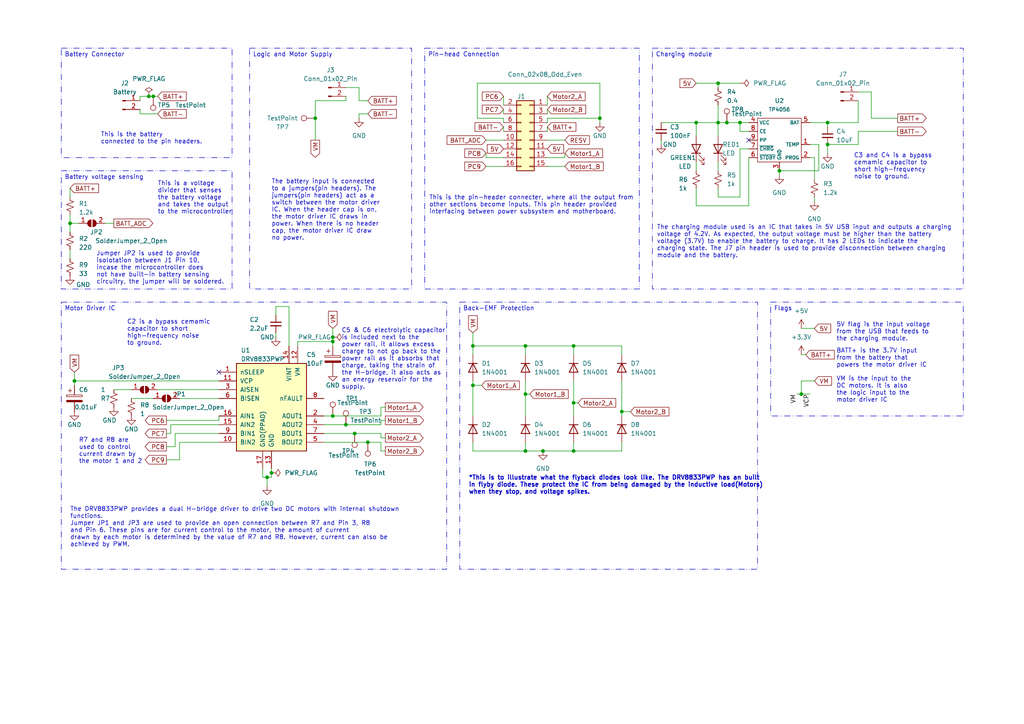
<source format=kicad_sch>
(kicad_sch (version 20230121) (generator eeschema)

  (uuid 4ea6461e-c11c-462a-92c7-d5d948f00555)

  (paper "A4")

  (title_block
    (title "Power Circuit Schematic")
    (date "2024-04-17")
    (rev "3")
    (company "EEE3088F")
    (comment 1 "Group: 54")
    (comment 2 "Author: Ntokozo Radebe")
  )

  (lib_symbols
    (symbol "Connector:Conn_01x02_Pin" (pin_names (offset 1.016) hide) (in_bom yes) (on_board yes)
      (property "Reference" "J" (at 0 2.54 0)
        (effects (font (size 1.27 1.27)))
      )
      (property "Value" "Conn_01x02_Pin" (at 0 -5.08 0)
        (effects (font (size 1.27 1.27)))
      )
      (property "Footprint" "" (at 0 0 0)
        (effects (font (size 1.27 1.27)) hide)
      )
      (property "Datasheet" "~" (at 0 0 0)
        (effects (font (size 1.27 1.27)) hide)
      )
      (property "ki_locked" "" (at 0 0 0)
        (effects (font (size 1.27 1.27)))
      )
      (property "ki_keywords" "connector" (at 0 0 0)
        (effects (font (size 1.27 1.27)) hide)
      )
      (property "ki_description" "Generic connector, single row, 01x02, script generated" (at 0 0 0)
        (effects (font (size 1.27 1.27)) hide)
      )
      (property "ki_fp_filters" "Connector*:*_1x??_*" (at 0 0 0)
        (effects (font (size 1.27 1.27)) hide)
      )
      (symbol "Conn_01x02_Pin_1_1"
        (polyline
          (pts
            (xy 1.27 -2.54)
            (xy 0.8636 -2.54)
          )
          (stroke (width 0.1524) (type default))
          (fill (type none))
        )
        (polyline
          (pts
            (xy 1.27 0)
            (xy 0.8636 0)
          )
          (stroke (width 0.1524) (type default))
          (fill (type none))
        )
        (rectangle (start 0.8636 -2.413) (end 0 -2.667)
          (stroke (width 0.1524) (type default))
          (fill (type outline))
        )
        (rectangle (start 0.8636 0.127) (end 0 -0.127)
          (stroke (width 0.1524) (type default))
          (fill (type outline))
        )
        (pin passive line (at 5.08 0 180) (length 3.81)
          (name "Pin_1" (effects (font (size 1.27 1.27))))
          (number "1" (effects (font (size 1.27 1.27))))
        )
        (pin passive line (at 5.08 -2.54 180) (length 3.81)
          (name "Pin_2" (effects (font (size 1.27 1.27))))
          (number "2" (effects (font (size 1.27 1.27))))
        )
      )
    )
    (symbol "Connector:TestPoint" (pin_numbers hide) (pin_names (offset 0.762) hide) (in_bom yes) (on_board yes)
      (property "Reference" "TP" (at 0 6.858 0)
        (effects (font (size 1.27 1.27)))
      )
      (property "Value" "TestPoint" (at 0 5.08 0)
        (effects (font (size 1.27 1.27)))
      )
      (property "Footprint" "" (at 5.08 0 0)
        (effects (font (size 1.27 1.27)) hide)
      )
      (property "Datasheet" "~" (at 5.08 0 0)
        (effects (font (size 1.27 1.27)) hide)
      )
      (property "ki_keywords" "test point tp" (at 0 0 0)
        (effects (font (size 1.27 1.27)) hide)
      )
      (property "ki_description" "test point" (at 0 0 0)
        (effects (font (size 1.27 1.27)) hide)
      )
      (property "ki_fp_filters" "Pin* Test*" (at 0 0 0)
        (effects (font (size 1.27 1.27)) hide)
      )
      (symbol "TestPoint_0_1"
        (circle (center 0 3.302) (radius 0.762)
          (stroke (width 0) (type default))
          (fill (type none))
        )
      )
      (symbol "TestPoint_1_1"
        (pin passive line (at 0 0 90) (length 2.54)
          (name "1" (effects (font (size 1.27 1.27))))
          (number "1" (effects (font (size 1.27 1.27))))
        )
      )
    )
    (symbol "Connector_Generic:Conn_02x08_Odd_Even" (pin_names (offset 1.016) hide) (in_bom yes) (on_board yes)
      (property "Reference" "J" (at 1.27 10.16 0)
        (effects (font (size 1.27 1.27)))
      )
      (property "Value" "Conn_02x08_Odd_Even" (at 1.27 -12.7 0)
        (effects (font (size 1.27 1.27)))
      )
      (property "Footprint" "" (at 0 0 0)
        (effects (font (size 1.27 1.27)) hide)
      )
      (property "Datasheet" "~" (at 0 0 0)
        (effects (font (size 1.27 1.27)) hide)
      )
      (property "ki_keywords" "connector" (at 0 0 0)
        (effects (font (size 1.27 1.27)) hide)
      )
      (property "ki_description" "Generic connector, double row, 02x08, odd/even pin numbering scheme (row 1 odd numbers, row 2 even numbers), script generated (kicad-library-utils/schlib/autogen/connector/)" (at 0 0 0)
        (effects (font (size 1.27 1.27)) hide)
      )
      (property "ki_fp_filters" "Connector*:*_2x??_*" (at 0 0 0)
        (effects (font (size 1.27 1.27)) hide)
      )
      (symbol "Conn_02x08_Odd_Even_1_1"
        (rectangle (start -1.27 -10.033) (end 0 -10.287)
          (stroke (width 0.1524) (type default))
          (fill (type none))
        )
        (rectangle (start -1.27 -7.493) (end 0 -7.747)
          (stroke (width 0.1524) (type default))
          (fill (type none))
        )
        (rectangle (start -1.27 -4.953) (end 0 -5.207)
          (stroke (width 0.1524) (type default))
          (fill (type none))
        )
        (rectangle (start -1.27 -2.413) (end 0 -2.667)
          (stroke (width 0.1524) (type default))
          (fill (type none))
        )
        (rectangle (start -1.27 0.127) (end 0 -0.127)
          (stroke (width 0.1524) (type default))
          (fill (type none))
        )
        (rectangle (start -1.27 2.667) (end 0 2.413)
          (stroke (width 0.1524) (type default))
          (fill (type none))
        )
        (rectangle (start -1.27 5.207) (end 0 4.953)
          (stroke (width 0.1524) (type default))
          (fill (type none))
        )
        (rectangle (start -1.27 7.747) (end 0 7.493)
          (stroke (width 0.1524) (type default))
          (fill (type none))
        )
        (rectangle (start -1.27 8.89) (end 3.81 -11.43)
          (stroke (width 0.254) (type default))
          (fill (type background))
        )
        (rectangle (start 3.81 -10.033) (end 2.54 -10.287)
          (stroke (width 0.1524) (type default))
          (fill (type none))
        )
        (rectangle (start 3.81 -7.493) (end 2.54 -7.747)
          (stroke (width 0.1524) (type default))
          (fill (type none))
        )
        (rectangle (start 3.81 -4.953) (end 2.54 -5.207)
          (stroke (width 0.1524) (type default))
          (fill (type none))
        )
        (rectangle (start 3.81 -2.413) (end 2.54 -2.667)
          (stroke (width 0.1524) (type default))
          (fill (type none))
        )
        (rectangle (start 3.81 0.127) (end 2.54 -0.127)
          (stroke (width 0.1524) (type default))
          (fill (type none))
        )
        (rectangle (start 3.81 2.667) (end 2.54 2.413)
          (stroke (width 0.1524) (type default))
          (fill (type none))
        )
        (rectangle (start 3.81 5.207) (end 2.54 4.953)
          (stroke (width 0.1524) (type default))
          (fill (type none))
        )
        (rectangle (start 3.81 7.747) (end 2.54 7.493)
          (stroke (width 0.1524) (type default))
          (fill (type none))
        )
        (pin passive line (at -5.08 7.62 0) (length 3.81)
          (name "Pin_1" (effects (font (size 1.27 1.27))))
          (number "1" (effects (font (size 1.27 1.27))))
        )
        (pin passive line (at 7.62 -2.54 180) (length 3.81)
          (name "Pin_10" (effects (font (size 1.27 1.27))))
          (number "10" (effects (font (size 1.27 1.27))))
        )
        (pin passive line (at -5.08 -5.08 0) (length 3.81)
          (name "Pin_11" (effects (font (size 1.27 1.27))))
          (number "11" (effects (font (size 1.27 1.27))))
        )
        (pin passive line (at 7.62 -5.08 180) (length 3.81)
          (name "Pin_12" (effects (font (size 1.27 1.27))))
          (number "12" (effects (font (size 1.27 1.27))))
        )
        (pin passive line (at -5.08 -7.62 0) (length 3.81)
          (name "Pin_13" (effects (font (size 1.27 1.27))))
          (number "13" (effects (font (size 1.27 1.27))))
        )
        (pin passive line (at 7.62 -7.62 180) (length 3.81)
          (name "Pin_14" (effects (font (size 1.27 1.27))))
          (number "14" (effects (font (size 1.27 1.27))))
        )
        (pin passive line (at -5.08 -10.16 0) (length 3.81)
          (name "Pin_15" (effects (font (size 1.27 1.27))))
          (number "15" (effects (font (size 1.27 1.27))))
        )
        (pin passive line (at 7.62 -10.16 180) (length 3.81)
          (name "Pin_16" (effects (font (size 1.27 1.27))))
          (number "16" (effects (font (size 1.27 1.27))))
        )
        (pin passive line (at 7.62 7.62 180) (length 3.81)
          (name "Pin_2" (effects (font (size 1.27 1.27))))
          (number "2" (effects (font (size 1.27 1.27))))
        )
        (pin passive line (at -5.08 5.08 0) (length 3.81)
          (name "Pin_3" (effects (font (size 1.27 1.27))))
          (number "3" (effects (font (size 1.27 1.27))))
        )
        (pin passive line (at 7.62 5.08 180) (length 3.81)
          (name "Pin_4" (effects (font (size 1.27 1.27))))
          (number "4" (effects (font (size 1.27 1.27))))
        )
        (pin passive line (at -5.08 2.54 0) (length 3.81)
          (name "Pin_5" (effects (font (size 1.27 1.27))))
          (number "5" (effects (font (size 1.27 1.27))))
        )
        (pin passive line (at 7.62 2.54 180) (length 3.81)
          (name "Pin_6" (effects (font (size 1.27 1.27))))
          (number "6" (effects (font (size 1.27 1.27))))
        )
        (pin passive line (at -5.08 0 0) (length 3.81)
          (name "Pin_7" (effects (font (size 1.27 1.27))))
          (number "7" (effects (font (size 1.27 1.27))))
        )
        (pin passive line (at 7.62 0 180) (length 3.81)
          (name "Pin_8" (effects (font (size 1.27 1.27))))
          (number "8" (effects (font (size 1.27 1.27))))
        )
        (pin passive line (at -5.08 -2.54 0) (length 3.81)
          (name "Pin_9" (effects (font (size 1.27 1.27))))
          (number "9" (effects (font (size 1.27 1.27))))
        )
      )
    )
    (symbol "Device:C_Polarized" (pin_numbers hide) (pin_names (offset 0.254)) (in_bom yes) (on_board yes)
      (property "Reference" "C" (at 0.635 2.54 0)
        (effects (font (size 1.27 1.27)) (justify left))
      )
      (property "Value" "C_Polarized" (at 0.635 -2.54 0)
        (effects (font (size 1.27 1.27)) (justify left))
      )
      (property "Footprint" "" (at 0.9652 -3.81 0)
        (effects (font (size 1.27 1.27)) hide)
      )
      (property "Datasheet" "~" (at 0 0 0)
        (effects (font (size 1.27 1.27)) hide)
      )
      (property "ki_keywords" "cap capacitor" (at 0 0 0)
        (effects (font (size 1.27 1.27)) hide)
      )
      (property "ki_description" "Polarized capacitor" (at 0 0 0)
        (effects (font (size 1.27 1.27)) hide)
      )
      (property "ki_fp_filters" "CP_*" (at 0 0 0)
        (effects (font (size 1.27 1.27)) hide)
      )
      (symbol "C_Polarized_0_1"
        (rectangle (start -2.286 0.508) (end 2.286 1.016)
          (stroke (width 0) (type default))
          (fill (type none))
        )
        (polyline
          (pts
            (xy -1.778 2.286)
            (xy -0.762 2.286)
          )
          (stroke (width 0) (type default))
          (fill (type none))
        )
        (polyline
          (pts
            (xy -1.27 2.794)
            (xy -1.27 1.778)
          )
          (stroke (width 0) (type default))
          (fill (type none))
        )
        (rectangle (start 2.286 -0.508) (end -2.286 -1.016)
          (stroke (width 0) (type default))
          (fill (type outline))
        )
      )
      (symbol "C_Polarized_1_1"
        (pin passive line (at 0 3.81 270) (length 2.794)
          (name "~" (effects (font (size 1.27 1.27))))
          (number "1" (effects (font (size 1.27 1.27))))
        )
        (pin passive line (at 0 -3.81 90) (length 2.794)
          (name "~" (effects (font (size 1.27 1.27))))
          (number "2" (effects (font (size 1.27 1.27))))
        )
      )
    )
    (symbol "Device:C_Small" (pin_numbers hide) (pin_names (offset 0.254) hide) (in_bom yes) (on_board yes)
      (property "Reference" "C" (at 0.254 1.778 0)
        (effects (font (size 1.27 1.27)) (justify left))
      )
      (property "Value" "C_Small" (at 0.254 -2.032 0)
        (effects (font (size 1.27 1.27)) (justify left))
      )
      (property "Footprint" "" (at 0 0 0)
        (effects (font (size 1.27 1.27)) hide)
      )
      (property "Datasheet" "~" (at 0 0 0)
        (effects (font (size 1.27 1.27)) hide)
      )
      (property "ki_keywords" "capacitor cap" (at 0 0 0)
        (effects (font (size 1.27 1.27)) hide)
      )
      (property "ki_description" "Unpolarized capacitor, small symbol" (at 0 0 0)
        (effects (font (size 1.27 1.27)) hide)
      )
      (property "ki_fp_filters" "C_*" (at 0 0 0)
        (effects (font (size 1.27 1.27)) hide)
      )
      (symbol "C_Small_0_1"
        (polyline
          (pts
            (xy -1.524 -0.508)
            (xy 1.524 -0.508)
          )
          (stroke (width 0.3302) (type default))
          (fill (type none))
        )
        (polyline
          (pts
            (xy -1.524 0.508)
            (xy 1.524 0.508)
          )
          (stroke (width 0.3048) (type default))
          (fill (type none))
        )
      )
      (symbol "C_Small_1_1"
        (pin passive line (at 0 2.54 270) (length 2.032)
          (name "~" (effects (font (size 1.27 1.27))))
          (number "1" (effects (font (size 1.27 1.27))))
        )
        (pin passive line (at 0 -2.54 90) (length 2.032)
          (name "~" (effects (font (size 1.27 1.27))))
          (number "2" (effects (font (size 1.27 1.27))))
        )
      )
    )
    (symbol "Device:LED" (pin_numbers hide) (pin_names (offset 1.016) hide) (in_bom yes) (on_board yes)
      (property "Reference" "D" (at 0 2.54 0)
        (effects (font (size 1.27 1.27)))
      )
      (property "Value" "LED" (at 0 -2.54 0)
        (effects (font (size 1.27 1.27)))
      )
      (property "Footprint" "" (at 0 0 0)
        (effects (font (size 1.27 1.27)) hide)
      )
      (property "Datasheet" "~" (at 0 0 0)
        (effects (font (size 1.27 1.27)) hide)
      )
      (property "ki_keywords" "LED diode" (at 0 0 0)
        (effects (font (size 1.27 1.27)) hide)
      )
      (property "ki_description" "Light emitting diode" (at 0 0 0)
        (effects (font (size 1.27 1.27)) hide)
      )
      (property "ki_fp_filters" "LED* LED_SMD:* LED_THT:*" (at 0 0 0)
        (effects (font (size 1.27 1.27)) hide)
      )
      (symbol "LED_0_1"
        (polyline
          (pts
            (xy -1.27 -1.27)
            (xy -1.27 1.27)
          )
          (stroke (width 0.254) (type default))
          (fill (type none))
        )
        (polyline
          (pts
            (xy -1.27 0)
            (xy 1.27 0)
          )
          (stroke (width 0) (type default))
          (fill (type none))
        )
        (polyline
          (pts
            (xy 1.27 -1.27)
            (xy 1.27 1.27)
            (xy -1.27 0)
            (xy 1.27 -1.27)
          )
          (stroke (width 0.254) (type default))
          (fill (type none))
        )
        (polyline
          (pts
            (xy -3.048 -0.762)
            (xy -4.572 -2.286)
            (xy -3.81 -2.286)
            (xy -4.572 -2.286)
            (xy -4.572 -1.524)
          )
          (stroke (width 0) (type default))
          (fill (type none))
        )
        (polyline
          (pts
            (xy -1.778 -0.762)
            (xy -3.302 -2.286)
            (xy -2.54 -2.286)
            (xy -3.302 -2.286)
            (xy -3.302 -1.524)
          )
          (stroke (width 0) (type default))
          (fill (type none))
        )
      )
      (symbol "LED_1_1"
        (pin passive line (at -3.81 0 0) (length 2.54)
          (name "K" (effects (font (size 1.27 1.27))))
          (number "1" (effects (font (size 1.27 1.27))))
        )
        (pin passive line (at 3.81 0 180) (length 2.54)
          (name "A" (effects (font (size 1.27 1.27))))
          (number "2" (effects (font (size 1.27 1.27))))
        )
      )
    )
    (symbol "Device:R_Small_US" (pin_numbers hide) (pin_names (offset 0.254) hide) (in_bom yes) (on_board yes)
      (property "Reference" "R" (at 0.762 0.508 0)
        (effects (font (size 1.27 1.27)) (justify left))
      )
      (property "Value" "R_Small_US" (at 0.762 -1.016 0)
        (effects (font (size 1.27 1.27)) (justify left))
      )
      (property "Footprint" "" (at 0 0 0)
        (effects (font (size 1.27 1.27)) hide)
      )
      (property "Datasheet" "~" (at 0 0 0)
        (effects (font (size 1.27 1.27)) hide)
      )
      (property "ki_keywords" "r resistor" (at 0 0 0)
        (effects (font (size 1.27 1.27)) hide)
      )
      (property "ki_description" "Resistor, small US symbol" (at 0 0 0)
        (effects (font (size 1.27 1.27)) hide)
      )
      (property "ki_fp_filters" "R_*" (at 0 0 0)
        (effects (font (size 1.27 1.27)) hide)
      )
      (symbol "R_Small_US_1_1"
        (polyline
          (pts
            (xy 0 0)
            (xy 1.016 -0.381)
            (xy 0 -0.762)
            (xy -1.016 -1.143)
            (xy 0 -1.524)
          )
          (stroke (width 0) (type default))
          (fill (type none))
        )
        (polyline
          (pts
            (xy 0 1.524)
            (xy 1.016 1.143)
            (xy 0 0.762)
            (xy -1.016 0.381)
            (xy 0 0)
          )
          (stroke (width 0) (type default))
          (fill (type none))
        )
        (pin passive line (at 0 2.54 270) (length 1.016)
          (name "~" (effects (font (size 1.27 1.27))))
          (number "1" (effects (font (size 1.27 1.27))))
        )
        (pin passive line (at 0 -2.54 90) (length 1.016)
          (name "~" (effects (font (size 1.27 1.27))))
          (number "2" (effects (font (size 1.27 1.27))))
        )
      )
    )
    (symbol "Diode:1N4001" (pin_numbers hide) (pin_names hide) (in_bom yes) (on_board yes)
      (property "Reference" "D" (at 0 2.54 0)
        (effects (font (size 1.27 1.27)))
      )
      (property "Value" "1N4001" (at 0 -2.54 0)
        (effects (font (size 1.27 1.27)))
      )
      (property "Footprint" "Diode_THT:D_DO-41_SOD81_P10.16mm_Horizontal" (at 0 0 0)
        (effects (font (size 1.27 1.27)) hide)
      )
      (property "Datasheet" "http://www.vishay.com/docs/88503/1n4001.pdf" (at 0 0 0)
        (effects (font (size 1.27 1.27)) hide)
      )
      (property "Sim.Device" "D" (at 0 0 0)
        (effects (font (size 1.27 1.27)) hide)
      )
      (property "Sim.Pins" "1=K 2=A" (at 0 0 0)
        (effects (font (size 1.27 1.27)) hide)
      )
      (property "ki_keywords" "diode" (at 0 0 0)
        (effects (font (size 1.27 1.27)) hide)
      )
      (property "ki_description" "50V 1A General Purpose Rectifier Diode, DO-41" (at 0 0 0)
        (effects (font (size 1.27 1.27)) hide)
      )
      (property "ki_fp_filters" "D*DO?41*" (at 0 0 0)
        (effects (font (size 1.27 1.27)) hide)
      )
      (symbol "1N4001_0_1"
        (polyline
          (pts
            (xy -1.27 1.27)
            (xy -1.27 -1.27)
          )
          (stroke (width 0.254) (type default))
          (fill (type none))
        )
        (polyline
          (pts
            (xy 1.27 0)
            (xy -1.27 0)
          )
          (stroke (width 0) (type default))
          (fill (type none))
        )
        (polyline
          (pts
            (xy 1.27 1.27)
            (xy 1.27 -1.27)
            (xy -1.27 0)
            (xy 1.27 1.27)
          )
          (stroke (width 0.254) (type default))
          (fill (type none))
        )
      )
      (symbol "1N4001_1_1"
        (pin passive line (at -3.81 0 0) (length 2.54)
          (name "K" (effects (font (size 1.27 1.27))))
          (number "1" (effects (font (size 1.27 1.27))))
        )
        (pin passive line (at 3.81 0 180) (length 2.54)
          (name "A" (effects (font (size 1.27 1.27))))
          (number "2" (effects (font (size 1.27 1.27))))
        )
      )
    )
    (symbol "Driver_Motor:DRV8833PWP" (pin_names (offset 1.016)) (in_bom yes) (on_board yes)
      (property "Reference" "U" (at -3.81 16.51 0)
        (effects (font (size 1.27 1.27)))
      )
      (property "Value" "DRV8833PWP" (at -3.81 13.97 0)
        (effects (font (size 1.27 1.27)))
      )
      (property "Footprint" "Package_SO:HTSSOP-16-1EP_4.4x5mm_P0.65mm_EP3.4x5mm_Mask2.46x2.31mm_ThermalVias" (at 11.43 11.43 0)
        (effects (font (size 1.27 1.27)) (justify left) hide)
      )
      (property "Datasheet" "http://www.ti.com/lit/ds/symlink/drv8833.pdf" (at -3.81 13.97 0)
        (effects (font (size 1.27 1.27)) hide)
      )
      (property "ki_keywords" "H-bridge motor driver" (at 0 0 0)
        (effects (font (size 1.27 1.27)) hide)
      )
      (property "ki_description" "Dual H-Bridge Motor Driver, HTSSOP-16" (at 0 0 0)
        (effects (font (size 1.27 1.27)) hide)
      )
      (property "ki_fp_filters" "HTSSOP-16-1EP*4.4x5mm*P0.65mm*" (at 0 0 0)
        (effects (font (size 1.27 1.27)) hide)
      )
      (symbol "DRV8833PWP_0_1"
        (rectangle (start -10.16 12.7) (end 10.16 -12.7)
          (stroke (width 0.254) (type default))
          (fill (type background))
        )
      )
      (symbol "DRV8833PWP_1_1"
        (pin input line (at -15.24 10.16 0) (length 5.08)
          (name "nSLEEP" (effects (font (size 1.27 1.27))))
          (number "1" (effects (font (size 1.27 1.27))))
        )
        (pin input line (at -15.24 -10.16 0) (length 5.08)
          (name "BIN2" (effects (font (size 1.27 1.27))))
          (number "10" (effects (font (size 1.27 1.27))))
        )
        (pin bidirectional line (at -15.24 7.62 0) (length 5.08)
          (name "VCP" (effects (font (size 1.27 1.27))))
          (number "11" (effects (font (size 1.27 1.27))))
        )
        (pin power_in line (at 7.62 17.78 270) (length 5.08)
          (name "VM" (effects (font (size 1.27 1.27))))
          (number "12" (effects (font (size 1.27 1.27))))
        )
        (pin power_in line (at 0 -17.78 90) (length 5.08)
          (name "GND" (effects (font (size 1.27 1.27))))
          (number "13" (effects (font (size 1.27 1.27))))
        )
        (pin power_in line (at 5.08 17.78 270) (length 5.08)
          (name "VINT" (effects (font (size 1.27 1.27))))
          (number "14" (effects (font (size 1.27 1.27))))
        )
        (pin input line (at -15.24 -5.08 0) (length 5.08)
          (name "AIN2" (effects (font (size 1.27 1.27))))
          (number "15" (effects (font (size 1.27 1.27))))
        )
        (pin input line (at -15.24 -2.54 0) (length 5.08)
          (name "AIN1" (effects (font (size 1.27 1.27))))
          (number "16" (effects (font (size 1.27 1.27))))
        )
        (pin power_in line (at -2.54 -17.78 90) (length 5.08)
          (name "GND(PPAD)" (effects (font (size 1.27 1.27))))
          (number "17" (effects (font (size 1.27 1.27))))
        )
        (pin power_out line (at 15.24 -2.54 180) (length 5.08)
          (name "AOUT1" (effects (font (size 1.27 1.27))))
          (number "2" (effects (font (size 1.27 1.27))))
        )
        (pin bidirectional line (at -15.24 5.08 0) (length 5.08)
          (name "AISEN" (effects (font (size 1.27 1.27))))
          (number "3" (effects (font (size 1.27 1.27))))
        )
        (pin power_out line (at 15.24 -5.08 180) (length 5.08)
          (name "AOUT2" (effects (font (size 1.27 1.27))))
          (number "4" (effects (font (size 1.27 1.27))))
        )
        (pin power_out line (at 15.24 -10.16 180) (length 5.08)
          (name "BOUT2" (effects (font (size 1.27 1.27))))
          (number "5" (effects (font (size 1.27 1.27))))
        )
        (pin bidirectional line (at -15.24 2.54 0) (length 5.08)
          (name "BISEN" (effects (font (size 1.27 1.27))))
          (number "6" (effects (font (size 1.27 1.27))))
        )
        (pin power_out line (at 15.24 -7.62 180) (length 5.08)
          (name "BOUT1" (effects (font (size 1.27 1.27))))
          (number "7" (effects (font (size 1.27 1.27))))
        )
        (pin open_collector line (at 15.24 2.54 180) (length 5.08)
          (name "nFAULT" (effects (font (size 1.27 1.27))))
          (number "8" (effects (font (size 1.27 1.27))))
        )
        (pin input line (at -15.24 -7.62 0) (length 5.08)
          (name "BIN1" (effects (font (size 1.27 1.27))))
          (number "9" (effects (font (size 1.27 1.27))))
        )
      )
    )
    (symbol "Jumper:SolderJumper_2_Open" (pin_names (offset 0) hide) (in_bom yes) (on_board yes)
      (property "Reference" "JP" (at 0 2.032 0)
        (effects (font (size 1.27 1.27)))
      )
      (property "Value" "SolderJumper_2_Open" (at 0 -2.54 0)
        (effects (font (size 1.27 1.27)))
      )
      (property "Footprint" "" (at 0 0 0)
        (effects (font (size 1.27 1.27)) hide)
      )
      (property "Datasheet" "~" (at 0 0 0)
        (effects (font (size 1.27 1.27)) hide)
      )
      (property "ki_keywords" "solder jumper SPST" (at 0 0 0)
        (effects (font (size 1.27 1.27)) hide)
      )
      (property "ki_description" "Solder Jumper, 2-pole, open" (at 0 0 0)
        (effects (font (size 1.27 1.27)) hide)
      )
      (property "ki_fp_filters" "SolderJumper*Open*" (at 0 0 0)
        (effects (font (size 1.27 1.27)) hide)
      )
      (symbol "SolderJumper_2_Open_0_1"
        (arc (start -0.254 1.016) (mid -1.2656 0) (end -0.254 -1.016)
          (stroke (width 0) (type default))
          (fill (type none))
        )
        (arc (start -0.254 1.016) (mid -1.2656 0) (end -0.254 -1.016)
          (stroke (width 0) (type default))
          (fill (type outline))
        )
        (polyline
          (pts
            (xy -0.254 1.016)
            (xy -0.254 -1.016)
          )
          (stroke (width 0) (type default))
          (fill (type none))
        )
        (polyline
          (pts
            (xy 0.254 1.016)
            (xy 0.254 -1.016)
          )
          (stroke (width 0) (type default))
          (fill (type none))
        )
        (arc (start 0.254 -1.016) (mid 1.2656 0) (end 0.254 1.016)
          (stroke (width 0) (type default))
          (fill (type none))
        )
        (arc (start 0.254 -1.016) (mid 1.2656 0) (end 0.254 1.016)
          (stroke (width 0) (type default))
          (fill (type outline))
        )
      )
      (symbol "SolderJumper_2_Open_1_1"
        (pin passive line (at -3.81 0 0) (length 2.54)
          (name "A" (effects (font (size 1.27 1.27))))
          (number "1" (effects (font (size 1.27 1.27))))
        )
        (pin passive line (at 3.81 0 180) (length 2.54)
          (name "B" (effects (font (size 1.27 1.27))))
          (number "2" (effects (font (size 1.27 1.27))))
        )
      )
    )
    (symbol "power:+3.3V" (power) (pin_names (offset 0)) (in_bom yes) (on_board yes)
      (property "Reference" "#PWR" (at 0 -3.81 0)
        (effects (font (size 1.27 1.27)) hide)
      )
      (property "Value" "+3.3V" (at 0 3.556 0)
        (effects (font (size 1.27 1.27)))
      )
      (property "Footprint" "" (at 0 0 0)
        (effects (font (size 1.27 1.27)) hide)
      )
      (property "Datasheet" "" (at 0 0 0)
        (effects (font (size 1.27 1.27)) hide)
      )
      (property "ki_keywords" "global power" (at 0 0 0)
        (effects (font (size 1.27 1.27)) hide)
      )
      (property "ki_description" "Power symbol creates a global label with name \"+3.3V\"" (at 0 0 0)
        (effects (font (size 1.27 1.27)) hide)
      )
      (symbol "+3.3V_0_1"
        (polyline
          (pts
            (xy -0.762 1.27)
            (xy 0 2.54)
          )
          (stroke (width 0) (type default))
          (fill (type none))
        )
        (polyline
          (pts
            (xy 0 0)
            (xy 0 2.54)
          )
          (stroke (width 0) (type default))
          (fill (type none))
        )
        (polyline
          (pts
            (xy 0 2.54)
            (xy 0.762 1.27)
          )
          (stroke (width 0) (type default))
          (fill (type none))
        )
      )
      (symbol "+3.3V_1_1"
        (pin power_in line (at 0 0 90) (length 0) hide
          (name "+3.3V" (effects (font (size 1.27 1.27))))
          (number "1" (effects (font (size 1.27 1.27))))
        )
      )
    )
    (symbol "power:+5V" (power) (pin_names (offset 0)) (in_bom yes) (on_board yes)
      (property "Reference" "#PWR" (at 0 -3.81 0)
        (effects (font (size 1.27 1.27)) hide)
      )
      (property "Value" "+5V" (at 0 3.556 0)
        (effects (font (size 1.27 1.27)))
      )
      (property "Footprint" "" (at 0 0 0)
        (effects (font (size 1.27 1.27)) hide)
      )
      (property "Datasheet" "" (at 0 0 0)
        (effects (font (size 1.27 1.27)) hide)
      )
      (property "ki_keywords" "global power" (at 0 0 0)
        (effects (font (size 1.27 1.27)) hide)
      )
      (property "ki_description" "Power symbol creates a global label with name \"+5V\"" (at 0 0 0)
        (effects (font (size 1.27 1.27)) hide)
      )
      (symbol "+5V_0_1"
        (polyline
          (pts
            (xy -0.762 1.27)
            (xy 0 2.54)
          )
          (stroke (width 0) (type default))
          (fill (type none))
        )
        (polyline
          (pts
            (xy 0 0)
            (xy 0 2.54)
          )
          (stroke (width 0) (type default))
          (fill (type none))
        )
        (polyline
          (pts
            (xy 0 2.54)
            (xy 0.762 1.27)
          )
          (stroke (width 0) (type default))
          (fill (type none))
        )
      )
      (symbol "+5V_1_1"
        (pin power_in line (at 0 0 90) (length 0) hide
          (name "+5V" (effects (font (size 1.27 1.27))))
          (number "1" (effects (font (size 1.27 1.27))))
        )
      )
    )
    (symbol "power:GND" (power) (pin_names (offset 0)) (in_bom yes) (on_board yes)
      (property "Reference" "#PWR" (at 0 -6.35 0)
        (effects (font (size 1.27 1.27)) hide)
      )
      (property "Value" "GND" (at 0 -3.81 0)
        (effects (font (size 1.27 1.27)))
      )
      (property "Footprint" "" (at 0 0 0)
        (effects (font (size 1.27 1.27)) hide)
      )
      (property "Datasheet" "" (at 0 0 0)
        (effects (font (size 1.27 1.27)) hide)
      )
      (property "ki_keywords" "global power" (at 0 0 0)
        (effects (font (size 1.27 1.27)) hide)
      )
      (property "ki_description" "Power symbol creates a global label with name \"GND\" , ground" (at 0 0 0)
        (effects (font (size 1.27 1.27)) hide)
      )
      (symbol "GND_0_1"
        (polyline
          (pts
            (xy 0 0)
            (xy 0 -1.27)
            (xy 1.27 -1.27)
            (xy 0 -2.54)
            (xy -1.27 -1.27)
            (xy 0 -1.27)
          )
          (stroke (width 0) (type default))
          (fill (type none))
        )
      )
      (symbol "GND_1_1"
        (pin power_in line (at 0 0 270) (length 0) hide
          (name "GND" (effects (font (size 1.27 1.27))))
          (number "1" (effects (font (size 1.27 1.27))))
        )
      )
    )
    (symbol "power:PWR_FLAG" (power) (pin_numbers hide) (pin_names (offset 0) hide) (in_bom yes) (on_board yes)
      (property "Reference" "#FLG" (at 0 1.905 0)
        (effects (font (size 1.27 1.27)) hide)
      )
      (property "Value" "PWR_FLAG" (at 0 3.81 0)
        (effects (font (size 1.27 1.27)))
      )
      (property "Footprint" "" (at 0 0 0)
        (effects (font (size 1.27 1.27)) hide)
      )
      (property "Datasheet" "~" (at 0 0 0)
        (effects (font (size 1.27 1.27)) hide)
      )
      (property "ki_keywords" "flag power" (at 0 0 0)
        (effects (font (size 1.27 1.27)) hide)
      )
      (property "ki_description" "Special symbol for telling ERC where power comes from" (at 0 0 0)
        (effects (font (size 1.27 1.27)) hide)
      )
      (symbol "PWR_FLAG_0_0"
        (pin power_out line (at 0 0 90) (length 0)
          (name "pwr" (effects (font (size 1.27 1.27))))
          (number "1" (effects (font (size 1.27 1.27))))
        )
      )
      (symbol "PWR_FLAG_0_1"
        (polyline
          (pts
            (xy 0 0)
            (xy 0 1.27)
            (xy -1.016 1.905)
            (xy 0 2.54)
            (xy 1.016 1.905)
            (xy 0 1.27)
          )
          (stroke (width 0) (type default))
          (fill (type none))
        )
      )
    )
    (symbol "tp4056:TP4056" (in_bom yes) (on_board yes)
      (property "Reference" "U" (at 1.27 13.97 0)
        (effects (font (size 1.27 1.27)))
      )
      (property "Value" "TP4056" (at 8.89 13.97 0)
        (effects (font (size 1.1 1.1)))
      )
      (property "Footprint" "Package_SO:SOIC-8-1EP_3.9x4.9mm_P1.27mm_EP2.29x3mm" (at 0 0 0)
        (effects (font (size 1.27 1.27)) hide)
      )
      (property "Datasheet" "" (at 0 0 0)
        (effects (font (size 1.27 1.27)) hide)
      )
      (property "ki_description" "TP4056" (at 0 0 0)
        (effects (font (size 1.27 1.27)) hide)
      )
      (symbol "TP4056_0_1"
        (rectangle (start 0 12.7) (end 12.7 0)
          (stroke (width 0) (type default))
          (fill (type none))
        )
      )
      (symbol "TP4056_1_1"
        (pin input line (at 15.24 5.08 180) (length 2.54)
          (name "TEMP" (effects (font (size 1 1))))
          (number "1" (effects (font (size 1.27 1.27))))
        )
        (pin input line (at 15.24 1.27 180) (length 2.54)
          (name "PROG" (effects (font (size 1 1))))
          (number "2" (effects (font (size 1.27 1.27))))
        )
        (pin input line (at 6.35 -2.54 90) (length 2.54)
          (name "GND" (effects (font (size 1 1))))
          (number "3" (effects (font (size 1.27 1.27))))
        )
        (pin input line (at -2.54 11.43 0) (length 2.54)
          (name "VCC" (effects (font (size 1 1))))
          (number "4" (effects (font (size 1.27 1.27))))
        )
        (pin input line (at 15.24 11.43 180) (length 2.54)
          (name "BAT" (effects (font (size 1 1))))
          (number "5" (effects (font (size 1.27 1.27))))
        )
        (pin input line (at -2.54 1.27 0) (length 2.54)
          (name "~{STDBY}" (effects (font (size 1 1))))
          (number "6" (effects (font (size 1.27 1.27))))
        )
        (pin input line (at -2.54 3.81 0) (length 2.54)
          (name "~{CHRG}" (effects (font (size 1 1))))
          (number "7" (effects (font (size 1.27 1.27))))
        )
        (pin input line (at -2.54 8.89 0) (length 2.54)
          (name "CE" (effects (font (size 1 1))))
          (number "8" (effects (font (size 1.27 1.27))))
        )
        (pin input line (at -2.54 6.35 0) (length 2.54)
          (name "PP" (effects (font (size 1 1))))
          (number "9" (effects (font (size 1.27 1.27))))
        )
      )
    )
  )

  (junction (at 173.99 34.29) (diameter 0) (color 0 0 0 0)
    (uuid 00214a73-3225-4daa-9c9b-fb49e391ea89)
  )
  (junction (at 96.52 97.79) (diameter 0) (color 0 0 0 0)
    (uuid 1a44ac61-f051-40fb-ba93-e34a009ee594)
  )
  (junction (at 78.74 137.16) (diameter 0) (color 0 0 0 0)
    (uuid 203dc116-93bc-4371-9c36-93bb5df15591)
  )
  (junction (at 240.03 35.56) (diameter 0) (color 0 0 0 0)
    (uuid 203fc3d3-76ab-4a37-a7d2-a6a0d07742b8)
  )
  (junction (at 21.59 110.49) (diameter 0) (color 0 0 0 0)
    (uuid 20845ed5-9ff0-487c-b915-0c810a58d4a0)
  )
  (junction (at 102.87 125.73) (diameter 0) (color 0 0 0 0)
    (uuid 351fbc0b-22da-4c37-9879-6b055a161cbd)
  )
  (junction (at 210.82 35.56) (diameter 0) (color 0 0 0 0)
    (uuid 3b72a948-092d-4ef4-bfce-ca065911490d)
  )
  (junction (at 166.37 116.84) (diameter 0) (color 0 0 0 0)
    (uuid 4ba226d6-c9b2-4d37-8cb7-95a437fcda78)
  )
  (junction (at 208.28 24.13) (diameter 0) (color 0 0 0 0)
    (uuid 4ba7d207-b55e-40ed-8803-12a4c7a6cd87)
  )
  (junction (at 232.41 114.3) (diameter 0) (color 0 0 0 0)
    (uuid 5ab19a0e-564d-43c1-a732-232f81dc0cbf)
  )
  (junction (at 106.68 128.27) (diameter 0) (color 0 0 0 0)
    (uuid 5f0c9494-ac75-45d4-8e5a-ed9bad9be430)
  )
  (junction (at 157.48 130.81) (diameter 0) (color 0 0 0 0)
    (uuid 61ae7b01-bf89-4a8d-8277-17582246c20f)
  )
  (junction (at 137.16 100.33) (diameter 0) (color 0 0 0 0)
    (uuid 6f151c66-c95c-458c-889f-bdc7ab74a1b3)
  )
  (junction (at 208.28 35.56) (diameter 0) (color 0 0 0 0)
    (uuid 71bbbc57-bc9d-4413-a656-36b6f59259b8)
  )
  (junction (at 44.45 27.94) (diameter 0) (color 0 0 0 0)
    (uuid 73ece832-6af8-4506-a762-5eeb61d4872d)
  )
  (junction (at 166.37 130.81) (diameter 0) (color 0 0 0 0)
    (uuid 7e512f06-c95b-4e34-b938-123dfa1dcec5)
  )
  (junction (at 152.4 130.81) (diameter 0) (color 0 0 0 0)
    (uuid 803fbfa6-56b3-4450-96ac-4a86a63c764d)
  )
  (junction (at 137.16 111.76) (diameter 0) (color 0 0 0 0)
    (uuid 82e879fe-ba93-4fa4-9e51-2423ddf21723)
  )
  (junction (at 91.44 34.29) (diameter 0) (color 0 0 0 0)
    (uuid 88d9f524-ccfb-4a85-91f8-e100fb5edf98)
  )
  (junction (at 166.37 100.33) (diameter 0) (color 0 0 0 0)
    (uuid 9ac96395-9dcb-487a-bb98-7c2f38d79d3b)
  )
  (junction (at 20.32 64.77) (diameter 0) (color 0 0 0 0)
    (uuid 9bf98b3d-2bef-4398-ba6e-57411d22de13)
  )
  (junction (at 180.34 119.38) (diameter 0) (color 0 0 0 0)
    (uuid 9e58afbe-979d-4685-a10b-fe00c6dc696b)
  )
  (junction (at 226.06 49.53) (diameter 0) (color 0 0 0 0)
    (uuid a2b7db46-e852-4c7d-a366-b584da632048)
  )
  (junction (at 43.18 27.94) (diameter 0) (color 0 0 0 0)
    (uuid aaa3a265-5882-4a87-8972-0bd8715f5889)
  )
  (junction (at 214.63 35.56) (diameter 0) (color 0 0 0 0)
    (uuid b508e164-71a8-41b2-949c-6e27f072a40f)
  )
  (junction (at 201.93 35.56) (diameter 0) (color 0 0 0 0)
    (uuid bfcbedbc-9a0c-484a-8241-f21120d5cd3d)
  )
  (junction (at 77.47 138.43) (diameter 0) (color 0 0 0 0)
    (uuid cebefce4-9e31-458e-a117-65f0415c0218)
  )
  (junction (at 152.4 114.3) (diameter 0) (color 0 0 0 0)
    (uuid d211d3fe-5f19-4959-8162-f027a1a0161b)
  )
  (junction (at 100.33 123.19) (diameter 0) (color 0 0 0 0)
    (uuid d28a27eb-88e1-4ed6-acdf-37532b0125e1)
  )
  (junction (at 240.03 41.91) (diameter 0) (color 0 0 0 0)
    (uuid e91db72a-cb43-4c74-ac86-db7db6497016)
  )
  (junction (at 96.52 120.65) (diameter 0) (color 0 0 0 0)
    (uuid f38ac613-70c9-4a24-a584-08c254ac3d4f)
  )
  (junction (at 96.52 99.06) (diameter 0) (color 0 0 0 0)
    (uuid fb40fb72-0065-4835-8391-8f0a784fbfe9)
  )
  (junction (at 152.4 100.33) (diameter 0) (color 0 0 0 0)
    (uuid fba5f525-ef4a-4caf-baff-2f7b48093c0e)
  )

  (no_connect (at 217.17 40.64) (uuid 49d7e1c8-408c-47e8-802d-df79c6309512))
  (no_connect (at 63.5 107.95) (uuid 6dbb025c-a945-4ee3-89c0-18d2a0261c2b))

  (wire (pts (xy 208.28 35.56) (xy 210.82 35.56))
    (stroke (width 0) (type default))
    (uuid 0076e6d4-2932-4aea-ba92-a962d5736eac)
  )
  (wire (pts (xy 48.26 121.92) (xy 63.5 121.92))
    (stroke (width 0) (type default))
    (uuid 0207e2de-b35d-4a57-9d7e-9ef918a7dc40)
  )
  (wire (pts (xy 140.97 48.26) (xy 146.05 48.26))
    (stroke (width 0) (type default))
    (uuid 027f6e5e-bbcf-4892-9751-a9a5e1becd4d)
  )
  (wire (pts (xy 100.33 29.21) (xy 91.44 29.21))
    (stroke (width 0) (type default))
    (uuid 02ee0f0d-0e56-471d-80e4-e06fc08c2e1b)
  )
  (wire (pts (xy 111.76 127) (xy 110.49 127))
    (stroke (width 0) (type default))
    (uuid 0436e889-3f4a-4c7f-96f4-0c96f4ade021)
  )
  (wire (pts (xy 50.8 125.73) (xy 63.5 125.73))
    (stroke (width 0) (type default))
    (uuid 063030fb-bf3c-4a0b-8c44-fcdf5a5311c7)
  )
  (wire (pts (xy 20.32 54.61) (xy 20.32 57.15))
    (stroke (width 0) (type default))
    (uuid 06acfa75-18a2-4724-a275-fb533b7a135b)
  )
  (wire (pts (xy 83.82 88.9) (xy 80.01 88.9))
    (stroke (width 0) (type default))
    (uuid 071834a9-f585-43d7-9ba7-88cec582bb43)
  )
  (wire (pts (xy 38.1 115.57) (xy 44.45 115.57))
    (stroke (width 0) (type default))
    (uuid 0a8186ec-d9cc-461d-8802-b8427de14784)
  )
  (wire (pts (xy 110.49 118.11) (xy 110.49 120.65))
    (stroke (width 0) (type default))
    (uuid 0c02c752-37d2-4c66-8fbf-f17ffb1a4873)
  )
  (wire (pts (xy 110.49 123.19) (xy 100.33 123.19))
    (stroke (width 0) (type default))
    (uuid 0cb7c13c-a339-46d7-8d54-8aa006a89507)
  )
  (wire (pts (xy 106.68 29.21) (xy 104.14 29.21))
    (stroke (width 0) (type default))
    (uuid 0de6847c-a8a3-4a78-a96a-c6aa3aa4713f)
  )
  (wire (pts (xy 45.72 113.03) (xy 63.5 113.03))
    (stroke (width 0) (type default))
    (uuid 1064c949-d3ef-4dcd-ad83-cc3b05b3b2dc)
  )
  (wire (pts (xy 208.28 35.56) (xy 208.28 39.37))
    (stroke (width 0) (type default))
    (uuid 175c19cb-58f5-4fd2-8c57-8e247dba5722)
  )
  (wire (pts (xy 96.52 95.25) (xy 96.52 97.79))
    (stroke (width 0) (type default))
    (uuid 1772edd6-098f-496b-8e77-7f2a5bf628d4)
  )
  (wire (pts (xy 138.43 34.29) (xy 138.43 24.13))
    (stroke (width 0) (type default))
    (uuid 179780e8-d12d-4ba1-b486-8209f53da05e)
  )
  (wire (pts (xy 40.64 33.02) (xy 40.64 31.75))
    (stroke (width 0) (type default))
    (uuid 17e09a39-65f1-4298-a18d-5751803be489)
  )
  (wire (pts (xy 106.68 128.27) (xy 93.98 128.27))
    (stroke (width 0) (type default))
    (uuid 187021bf-0891-4fda-989d-3f8c0ccf77ad)
  )
  (wire (pts (xy 180.34 110.49) (xy 180.34 119.38))
    (stroke (width 0) (type default))
    (uuid 1b8c14ef-eb07-4150-9004-8291fc97ae44)
  )
  (wire (pts (xy 201.93 35.56) (xy 201.93 39.37))
    (stroke (width 0) (type default))
    (uuid 1baeb012-bbd8-43ec-a1c1-d96f9953c62c)
  )
  (wire (pts (xy 146.05 36.83) (xy 146.05 38.1))
    (stroke (width 0) (type default))
    (uuid 1dd910c6-bb20-40cd-a75d-7c8878c4f11f)
  )
  (wire (pts (xy 252.73 34.29) (xy 260.35 34.29))
    (stroke (width 0) (type default))
    (uuid 1e3ec6d2-76f9-4e89-a7f7-3a708977816b)
  )
  (wire (pts (xy 146.05 27.94) (xy 146.05 30.48))
    (stroke (width 0) (type default))
    (uuid 21930939-d4dc-4eb2-9cc4-9aa6c7c4732a)
  )
  (wire (pts (xy 20.32 72.39) (xy 20.32 74.93))
    (stroke (width 0) (type default))
    (uuid 21e917ab-f34a-47ef-a004-641dfde4b73d)
  )
  (wire (pts (xy 158.75 34.29) (xy 173.99 34.29))
    (stroke (width 0) (type default))
    (uuid 24066b0e-0518-43e8-9b85-2fd7c79fc715)
  )
  (wire (pts (xy 248.92 38.1) (xy 248.92 41.91))
    (stroke (width 0) (type default))
    (uuid 24ff717d-a283-43fd-a69f-fe57f10aa4f4)
  )
  (wire (pts (xy 30.48 64.77) (xy 33.02 64.77))
    (stroke (width 0) (type default))
    (uuid 27869d8e-2e84-42de-9184-a5280af9e066)
  )
  (wire (pts (xy 214.63 43.18) (xy 217.17 43.18))
    (stroke (width 0) (type default))
    (uuid 29edf5e9-bfe2-4582-97cc-e094bbae3416)
  )
  (wire (pts (xy 201.93 46.99) (xy 201.93 49.53))
    (stroke (width 0) (type default))
    (uuid 2a0ef0a7-18f2-4793-8692-6c602eb7e607)
  )
  (wire (pts (xy 110.49 128.27) (xy 106.68 128.27))
    (stroke (width 0) (type default))
    (uuid 2a1c292d-f2b3-4632-bb49-dc67031d1465)
  )
  (wire (pts (xy 166.37 100.33) (xy 166.37 102.87))
    (stroke (width 0) (type default))
    (uuid 2a2c025e-e97b-4c26-a69e-fd9fae88022a)
  )
  (wire (pts (xy 76.2 138.43) (xy 77.47 138.43))
    (stroke (width 0) (type default))
    (uuid 2c0f0547-4649-45f8-86ee-dfae2a964084)
  )
  (wire (pts (xy 48.26 125.73) (xy 49.53 125.73))
    (stroke (width 0) (type default))
    (uuid 2f8149aa-1412-4c2d-8806-0da584e3cfaf)
  )
  (wire (pts (xy 208.28 30.48) (xy 208.28 35.56))
    (stroke (width 0) (type default))
    (uuid 30afacdb-9c63-4890-acd1-6502c43a4a6f)
  )
  (wire (pts (xy 20.32 62.23) (xy 20.32 64.77))
    (stroke (width 0) (type default))
    (uuid 31ab3e2e-ed79-4e07-ab33-54b5ec821ef0)
  )
  (wire (pts (xy 166.37 128.27) (xy 166.37 130.81))
    (stroke (width 0) (type default))
    (uuid 34eea7f7-b936-4ef2-8ed5-a861042ffc41)
  )
  (wire (pts (xy 152.4 128.27) (xy 152.4 130.81))
    (stroke (width 0) (type default))
    (uuid 37df4f26-9141-4cdf-9b30-cdfe02e264c1)
  )
  (wire (pts (xy 214.63 35.56) (xy 217.17 35.56))
    (stroke (width 0) (type default))
    (uuid 3d2d2f88-187f-4bd5-8fb9-cc8fa1dd2771)
  )
  (wire (pts (xy 240.03 35.56) (xy 240.03 36.83))
    (stroke (width 0) (type default))
    (uuid 438f13c0-d592-41b3-a321-2d5c23dee87a)
  )
  (wire (pts (xy 104.14 34.29) (xy 104.14 33.02))
    (stroke (width 0) (type default))
    (uuid 43d27d9e-bb87-42e8-838a-b40a54711594)
  )
  (wire (pts (xy 137.16 100.33) (xy 152.4 100.33))
    (stroke (width 0) (type default))
    (uuid 4b7c630d-d493-4741-bf19-3f5b691f4aea)
  )
  (wire (pts (xy 110.49 127) (xy 110.49 125.73))
    (stroke (width 0) (type default))
    (uuid 4e6d0afe-dbde-446c-99b4-7823b21e3493)
  )
  (wire (pts (xy 252.73 26.67) (xy 252.73 34.29))
    (stroke (width 0) (type default))
    (uuid 511dc68c-25e9-49c5-9a5c-46402ff1dc5e)
  )
  (wire (pts (xy 96.52 100.33) (xy 96.52 99.06))
    (stroke (width 0) (type default))
    (uuid 51c0155f-5d18-426a-97d0-c21aae0f4a55)
  )
  (wire (pts (xy 48.26 133.35) (xy 52.07 133.35))
    (stroke (width 0) (type default))
    (uuid 536da9fe-28ee-4338-8ba6-0122678c9bc8)
  )
  (wire (pts (xy 237.49 49.53) (xy 226.06 49.53))
    (stroke (width 0) (type default))
    (uuid 53fd3d3f-2f00-45aa-9f20-4712910e5df2)
  )
  (wire (pts (xy 138.43 24.13) (xy 173.99 24.13))
    (stroke (width 0) (type default))
    (uuid 5423459d-aaba-423f-952e-9c08b499ac89)
  )
  (wire (pts (xy 240.03 35.56) (xy 248.92 35.56))
    (stroke (width 0) (type default))
    (uuid 54dbd302-7e00-4cba-aa5b-39bd573fa103)
  )
  (wire (pts (xy 137.16 100.33) (xy 137.16 102.87))
    (stroke (width 0) (type default))
    (uuid 54ea015d-8ac0-46be-8772-b5ee1c7f2624)
  )
  (wire (pts (xy 217.17 59.69) (xy 217.17 45.72))
    (stroke (width 0) (type default))
    (uuid 57464c75-5d69-499c-b1d6-538eb8be5a0f)
  )
  (wire (pts (xy 157.48 130.81) (xy 152.4 130.81))
    (stroke (width 0) (type default))
    (uuid 5a5d3bbb-e369-4de0-b6f0-47712948e4b1)
  )
  (wire (pts (xy 232.41 114.3) (xy 234.95 114.3))
    (stroke (width 0) (type default))
    (uuid 5ab4b3fe-5fdc-42f6-92b1-97893dc4614f)
  )
  (wire (pts (xy 78.74 138.43) (xy 77.47 138.43))
    (stroke (width 0) (type default))
    (uuid 5bb02bd2-3344-48ac-97f4-c9a47b2fa7e5)
  )
  (wire (pts (xy 232.41 95.25) (xy 236.22 95.25))
    (stroke (width 0) (type default))
    (uuid 5cefdcac-fb16-4345-9910-b44417abb130)
  )
  (wire (pts (xy 232.41 110.49) (xy 232.41 114.3))
    (stroke (width 0) (type default))
    (uuid 5d4a8d03-de8d-4bf4-9bb8-423b1b255aba)
  )
  (wire (pts (xy 110.49 125.73) (xy 102.87 125.73))
    (stroke (width 0) (type default))
    (uuid 602c5456-cebd-4b2c-ba71-d4b50c808d66)
  )
  (wire (pts (xy 166.37 110.49) (xy 166.37 116.84))
    (stroke (width 0) (type default))
    (uuid 60e4577c-5989-41f1-92bb-d5ae8852fb2a)
  )
  (wire (pts (xy 208.28 57.15) (xy 214.63 57.15))
    (stroke (width 0) (type default))
    (uuid 6541ccd4-d278-43d4-85ba-ae2dd39161cd)
  )
  (wire (pts (xy 140.97 44.45) (xy 140.97 45.72))
    (stroke (width 0) (type default))
    (uuid 6568f5eb-7ccc-42f8-82bd-7edd1df0fd6b)
  )
  (wire (pts (xy 226.06 50.8) (xy 226.06 49.53))
    (stroke (width 0) (type default))
    (uuid 67093a88-4036-4aeb-8d7a-eae274f9cd16)
  )
  (wire (pts (xy 21.59 111.76) (xy 21.59 110.49))
    (stroke (width 0) (type default))
    (uuid 688422a4-3a7e-4c1b-becd-1afe5cd400ff)
  )
  (wire (pts (xy 76.2 135.89) (xy 76.2 138.43))
    (stroke (width 0) (type default))
    (uuid 6b27ef76-0ba2-4f3e-bcdb-a70e7198ef81)
  )
  (wire (pts (xy 236.22 45.72) (xy 236.22 52.07))
    (stroke (width 0) (type default))
    (uuid 6d5337a3-a58f-47de-8f19-ad8ee73f25ba)
  )
  (wire (pts (xy 96.52 120.65) (xy 110.49 120.65))
    (stroke (width 0) (type default))
    (uuid 6fe7c068-77ff-42a6-a4a2-54801f185463)
  )
  (wire (pts (xy 137.16 111.76) (xy 139.7 111.76))
    (stroke (width 0) (type default))
    (uuid 702e557f-d586-46de-9c1c-3eaa78b8aa21)
  )
  (wire (pts (xy 110.49 130.81) (xy 110.49 128.27))
    (stroke (width 0) (type default))
    (uuid 7283a94a-171f-44cf-b201-fa70e4546ca4)
  )
  (wire (pts (xy 152.4 114.3) (xy 152.4 120.65))
    (stroke (width 0) (type default))
    (uuid 730516fc-a18f-461f-8879-9ba5a86cdf2a)
  )
  (wire (pts (xy 91.44 34.29) (xy 91.44 40.64))
    (stroke (width 0) (type default))
    (uuid 737fc56c-057f-4c20-8135-04c8f254045b)
  )
  (wire (pts (xy 111.76 130.81) (xy 110.49 130.81))
    (stroke (width 0) (type default))
    (uuid 7b2028d7-0613-4fd1-b80b-4d2c290effab)
  )
  (wire (pts (xy 201.93 24.13) (xy 208.28 24.13))
    (stroke (width 0) (type default))
    (uuid 7d3b2347-1091-4fc6-b20c-b59b6d54fc8f)
  )
  (wire (pts (xy 78.74 137.16) (xy 78.74 138.43))
    (stroke (width 0) (type default))
    (uuid 7fcfb07c-a3d1-4a7d-8b4c-20a4240d1276)
  )
  (wire (pts (xy 52.07 115.57) (xy 63.5 115.57))
    (stroke (width 0) (type default))
    (uuid 81617609-7127-49ab-bd82-eccb95d75deb)
  )
  (wire (pts (xy 20.32 64.77) (xy 22.86 64.77))
    (stroke (width 0) (type default))
    (uuid 83504b5a-64e3-48cd-9733-37182ed58c00)
  )
  (wire (pts (xy 163.83 45.72) (xy 158.75 45.72))
    (stroke (width 0) (type default))
    (uuid 839931da-6806-47d5-8d6f-4b2829d9dc2a)
  )
  (wire (pts (xy 166.37 100.33) (xy 180.34 100.33))
    (stroke (width 0) (type default))
    (uuid 83ae8955-0566-4458-a848-8a8f65b918cb)
  )
  (wire (pts (xy 180.34 119.38) (xy 182.88 119.38))
    (stroke (width 0) (type default))
    (uuid 8577eec7-7926-4990-a333-56bbe93efe5d)
  )
  (wire (pts (xy 83.82 100.33) (xy 83.82 88.9))
    (stroke (width 0) (type default))
    (uuid 85821452-3d09-4f59-b1a0-b15f55275a61)
  )
  (wire (pts (xy 163.83 48.26) (xy 158.75 48.26))
    (stroke (width 0) (type default))
    (uuid 86494543-db97-4cc1-87cb-10ddf37172cf)
  )
  (wire (pts (xy 100.33 123.19) (xy 93.98 123.19))
    (stroke (width 0) (type default))
    (uuid 899874a2-57f9-4588-bf91-b787705a92bc)
  )
  (wire (pts (xy 152.4 130.81) (xy 137.16 130.81))
    (stroke (width 0) (type default))
    (uuid 899c1fbc-c29d-4569-a8e3-977ec59574d3)
  )
  (wire (pts (xy 49.53 125.73) (xy 49.53 123.19))
    (stroke (width 0) (type default))
    (uuid 8afa7e7a-01c8-43d8-8a15-2ab4cc0577b8)
  )
  (wire (pts (xy 91.44 29.21) (xy 91.44 34.29))
    (stroke (width 0) (type default))
    (uuid 8e07f570-886d-4d81-bead-f8cc9fc334a8)
  )
  (wire (pts (xy 210.82 35.56) (xy 214.63 35.56))
    (stroke (width 0) (type default))
    (uuid 91032ca6-9cdd-4200-982f-f03b07222b47)
  )
  (wire (pts (xy 173.99 34.29) (xy 173.99 35.56))
    (stroke (width 0) (type default))
    (uuid 94dbfae9-100f-464e-9d35-f99f4fb13108)
  )
  (wire (pts (xy 152.4 110.49) (xy 152.4 114.3))
    (stroke (width 0) (type default))
    (uuid 963fb75a-a1da-479c-9f40-db500a750002)
  )
  (wire (pts (xy 163.83 44.45) (xy 163.83 45.72))
    (stroke (width 0) (type default))
    (uuid 9655c4d5-f7e7-4893-b839-8600d2cdf7de)
  )
  (wire (pts (xy 152.4 114.3) (xy 153.67 114.3))
    (stroke (width 0) (type default))
    (uuid 97352614-482c-4b52-bdf3-de6678f44393)
  )
  (wire (pts (xy 49.53 123.19) (xy 63.5 123.19))
    (stroke (width 0) (type default))
    (uuid 979d4d70-4c2e-493a-94b9-0b958e126ee5)
  )
  (wire (pts (xy 201.93 35.56) (xy 208.28 35.56))
    (stroke (width 0) (type default))
    (uuid 9c6b0e1c-a24d-4168-b148-1871e744d513)
  )
  (wire (pts (xy 180.34 119.38) (xy 180.34 120.65))
    (stroke (width 0) (type default))
    (uuid 9ca276f4-1ea7-4fe7-9192-4a58fd22e200)
  )
  (wire (pts (xy 86.36 99.06) (xy 96.52 99.06))
    (stroke (width 0) (type default))
    (uuid 9dcde78f-8300-4cf5-921a-d89300291882)
  )
  (wire (pts (xy 166.37 116.84) (xy 167.64 116.84))
    (stroke (width 0) (type default))
    (uuid 9e58c38f-89f6-488e-837d-e9450e387d3f)
  )
  (wire (pts (xy 146.05 35.56) (xy 146.05 34.29))
    (stroke (width 0) (type default))
    (uuid 9fd882ee-b1d8-48d0-a672-00831972a99c)
  )
  (wire (pts (xy 43.18 27.94) (xy 40.64 27.94))
    (stroke (width 0) (type default))
    (uuid a0ea6298-83ad-4744-b258-50be11072910)
  )
  (wire (pts (xy 260.35 38.1) (xy 248.92 38.1))
    (stroke (width 0) (type default))
    (uuid a35297aa-9bb4-4978-bdcd-de1655293165)
  )
  (wire (pts (xy 208.28 24.13) (xy 208.28 25.4))
    (stroke (width 0) (type default))
    (uuid a3a4f7aa-9bac-4f1e-a7d1-4abc21efb562)
  )
  (wire (pts (xy 237.49 41.91) (xy 234.95 41.91))
    (stroke (width 0) (type default))
    (uuid a7206208-2ec5-46ad-81c3-2550a7323c20)
  )
  (wire (pts (xy 48.26 129.54) (xy 50.8 129.54))
    (stroke (width 0) (type default))
    (uuid a7714253-5105-4fc6-a02b-06100d491281)
  )
  (wire (pts (xy 96.52 97.79) (xy 96.52 99.06))
    (stroke (width 0) (type default))
    (uuid a9f31e0c-30c3-4f0d-a7d7-6f3bbf370ad4)
  )
  (wire (pts (xy 102.87 125.73) (xy 93.98 125.73))
    (stroke (width 0) (type default))
    (uuid aa3d424c-6a7b-4d35-bea7-7fd621940357)
  )
  (wire (pts (xy 232.41 102.87) (xy 233.68 102.87))
    (stroke (width 0) (type default))
    (uuid ac9a71c3-0bd5-4b98-951d-3fdd51dae727)
  )
  (wire (pts (xy 191.77 40.64) (xy 191.77 41.91))
    (stroke (width 0) (type default))
    (uuid adf1d55e-5433-4447-9a5f-14b5e874320d)
  )
  (wire (pts (xy 100.33 29.21) (xy 100.33 27.94))
    (stroke (width 0) (type default))
    (uuid af900295-2759-4b05-a04c-5d88498568b5)
  )
  (wire (pts (xy 240.03 35.56) (xy 234.95 35.56))
    (stroke (width 0) (type default))
    (uuid af9849a6-43fa-4f22-a5b7-3ec62d361dee)
  )
  (wire (pts (xy 77.47 138.43) (xy 77.47 140.97))
    (stroke (width 0) (type default))
    (uuid b0a5efe1-930a-4165-b687-0015c3b86b3b)
  )
  (wire (pts (xy 180.34 130.81) (xy 166.37 130.81))
    (stroke (width 0) (type default))
    (uuid b0e14d13-ee41-494f-aae7-453aec9358f5)
  )
  (wire (pts (xy 52.07 128.27) (xy 63.5 128.27))
    (stroke (width 0) (type default))
    (uuid b1231968-cebb-4028-a217-2bc06df0edde)
  )
  (wire (pts (xy 152.4 100.33) (xy 152.4 102.87))
    (stroke (width 0) (type default))
    (uuid b12356cb-60fb-427b-94a7-95c47d6b8853)
  )
  (wire (pts (xy 140.97 45.72) (xy 146.05 45.72))
    (stroke (width 0) (type default))
    (uuid b4777121-1f5e-4dcb-b498-b32f69a53818)
  )
  (wire (pts (xy 86.36 100.33) (xy 86.36 99.06))
    (stroke (width 0) (type default))
    (uuid b658a724-e5d6-4c44-84cf-edee3f31a9d2)
  )
  (wire (pts (xy 208.28 24.13) (xy 214.63 24.13))
    (stroke (width 0) (type default))
    (uuid b711167e-fb3f-4f68-8c4f-33852005931b)
  )
  (wire (pts (xy 208.28 46.99) (xy 208.28 49.53))
    (stroke (width 0) (type default))
    (uuid b7457654-42df-4101-b516-792c2fadd76b)
  )
  (wire (pts (xy 50.8 129.54) (xy 50.8 125.73))
    (stroke (width 0) (type default))
    (uuid b846d51c-ab9c-4ed6-b12b-ce8d06328561)
  )
  (wire (pts (xy 248.92 41.91) (xy 240.03 41.91))
    (stroke (width 0) (type default))
    (uuid badad788-46aa-4cb4-ae49-81fecaa5e6e2)
  )
  (wire (pts (xy 163.83 40.64) (xy 158.75 40.64))
    (stroke (width 0) (type default))
    (uuid bb1512d8-5250-4393-923f-ccb575260901)
  )
  (wire (pts (xy 137.16 110.49) (xy 137.16 111.76))
    (stroke (width 0) (type default))
    (uuid bd9b4d2b-4213-4f2f-bc11-418f3bd60f03)
  )
  (wire (pts (xy 240.03 44.45) (xy 240.03 41.91))
    (stroke (width 0) (type default))
    (uuid be0db900-ca3f-45ce-a65e-79da24d10bf2)
  )
  (wire (pts (xy 52.07 133.35) (xy 52.07 128.27))
    (stroke (width 0) (type default))
    (uuid be664bd6-2205-411e-b05a-2930f69deb74)
  )
  (wire (pts (xy 208.28 54.61) (xy 208.28 57.15))
    (stroke (width 0) (type default))
    (uuid bec62465-2871-464f-b774-d59de75e8253)
  )
  (wire (pts (xy 21.59 107.95) (xy 21.59 110.49))
    (stroke (width 0) (type default))
    (uuid c3d1a380-1307-4038-9188-dacda4a7341d)
  )
  (wire (pts (xy 180.34 100.33) (xy 180.34 102.87))
    (stroke (width 0) (type default))
    (uuid c5cfb2f8-5114-407d-9e42-84256e6e8242)
  )
  (wire (pts (xy 111.76 121.92) (xy 110.49 121.92))
    (stroke (width 0) (type default))
    (uuid c8057167-5f6a-4271-a91c-3ae2281093d6)
  )
  (wire (pts (xy 110.49 121.92) (xy 110.49 123.19))
    (stroke (width 0) (type default))
    (uuid c87a1904-60f9-4714-8c32-08958d3fad34)
  )
  (wire (pts (xy 248.92 35.56) (xy 248.92 29.21))
    (stroke (width 0) (type default))
    (uuid c8de41f4-f94e-4710-892d-c342a5bc3ebc)
  )
  (wire (pts (xy 191.77 35.56) (xy 201.93 35.56))
    (stroke (width 0) (type default))
    (uuid c9101d57-68a6-423b-8e7f-78aff2cf95a2)
  )
  (wire (pts (xy 237.49 41.91) (xy 237.49 49.53))
    (stroke (width 0) (type default))
    (uuid c9c6ca03-346c-475f-b2d2-65ce6d2b62c1)
  )
  (wire (pts (xy 146.05 31.75) (xy 146.05 33.02))
    (stroke (width 0) (type default))
    (uuid cb79d6db-5c2f-4948-b78d-49a988eb1b38)
  )
  (wire (pts (xy 40.64 27.94) (xy 40.64 29.21))
    (stroke (width 0) (type default))
    (uuid cbcaf932-97c1-4d91-b802-bacdfb1ec638)
  )
  (wire (pts (xy 45.72 27.94) (xy 44.45 27.94))
    (stroke (width 0) (type default))
    (uuid cc6dda4c-c193-4877-bd68-44c57d791270)
  )
  (wire (pts (xy 104.14 25.4) (xy 104.14 29.21))
    (stroke (width 0) (type default))
    (uuid cce63785-9250-4f46-8a53-21e04da18c1c)
  )
  (wire (pts (xy 158.75 27.94) (xy 158.75 30.48))
    (stroke (width 0) (type default))
    (uuid cec380ac-1f91-4f02-be1e-b0fc759ee77c)
  )
  (wire (pts (xy 63.5 121.92) (xy 63.5 120.65))
    (stroke (width 0) (type default))
    (uuid cf2d1f21-b8d4-41ee-8335-3e88031f9733)
  )
  (wire (pts (xy 146.05 34.29) (xy 138.43 34.29))
    (stroke (width 0) (type default))
    (uuid cf47d8ab-65e2-4f0d-9cd8-c6f4f3d3e140)
  )
  (wire (pts (xy 248.92 26.67) (xy 252.73 26.67))
    (stroke (width 0) (type default))
    (uuid cfd2370a-9ba8-4893-b852-dd1219218a3f)
  )
  (wire (pts (xy 173.99 24.13) (xy 173.99 34.29))
    (stroke (width 0) (type default))
    (uuid d17771a8-c418-4b42-b0a4-b69babbff5d0)
  )
  (wire (pts (xy 236.22 58.42) (xy 236.22 57.15))
    (stroke (width 0) (type default))
    (uuid d41b0481-3797-434f-9a14-45d584b6f54c)
  )
  (wire (pts (xy 137.16 96.52) (xy 137.16 100.33))
    (stroke (width 0) (type default))
    (uuid d4386a4b-9014-4011-8bb0-b71d8c20cc0d)
  )
  (wire (pts (xy 100.33 25.4) (xy 104.14 25.4))
    (stroke (width 0) (type default))
    (uuid d76f15e0-6bf0-4e77-8b31-e881b72d4b04)
  )
  (wire (pts (xy 44.45 27.94) (xy 43.18 27.94))
    (stroke (width 0) (type default))
    (uuid d837a800-c0e1-40c2-aca0-2b092026027e)
  )
  (wire (pts (xy 166.37 130.81) (xy 157.48 130.81))
    (stroke (width 0) (type default))
    (uuid d847ecdf-268b-4063-af4b-904aee31baa7)
  )
  (wire (pts (xy 166.37 116.84) (xy 166.37 120.65))
    (stroke (width 0) (type default))
    (uuid d8c8e87e-dff5-4d6c-b0c4-8f166991a835)
  )
  (wire (pts (xy 80.01 96.52) (xy 80.01 97.79))
    (stroke (width 0) (type default))
    (uuid da6aab6c-7ec6-432a-a3fb-fe3991eb02a4)
  )
  (wire (pts (xy 158.75 34.29) (xy 158.75 35.56))
    (stroke (width 0) (type default))
    (uuid db34c58a-aed9-4df6-b9e7-d78a3e01ce76)
  )
  (wire (pts (xy 232.41 110.49) (xy 236.22 110.49))
    (stroke (width 0) (type default))
    (uuid db4b89b9-2bd4-45b0-8e7d-946eeaaf835b)
  )
  (wire (pts (xy 201.93 54.61) (xy 201.93 59.69))
    (stroke (width 0) (type default))
    (uuid dc89fa1c-aa5a-4103-a280-6a2a44d41b24)
  )
  (wire (pts (xy 78.74 135.89) (xy 78.74 137.16))
    (stroke (width 0) (type default))
    (uuid de4da74e-43c8-4b00-8c0e-3bb7cba7c8ff)
  )
  (wire (pts (xy 158.75 36.83) (xy 158.75 38.1))
    (stroke (width 0) (type default))
    (uuid dea1890a-5f2b-446f-b7ba-6850ab9f5e8e)
  )
  (wire (pts (xy 20.32 64.77) (xy 20.32 67.31))
    (stroke (width 0) (type default))
    (uuid dedb16a2-a289-4365-91fb-49822c3e867f)
  )
  (wire (pts (xy 21.59 110.49) (xy 63.5 110.49))
    (stroke (width 0) (type default))
    (uuid df0f7f2f-d9b9-45b2-a53e-1751b7c1baba)
  )
  (wire (pts (xy 214.63 57.15) (xy 214.63 43.18))
    (stroke (width 0) (type default))
    (uuid dffcdab5-e7e3-43b8-9a01-e916ca65ce97)
  )
  (wire (pts (xy 158.75 31.75) (xy 158.75 33.02))
    (stroke (width 0) (type default))
    (uuid e0429b24-a98e-4915-9697-921a37c4df5b)
  )
  (wire (pts (xy 217.17 38.1) (xy 214.63 38.1))
    (stroke (width 0) (type default))
    (uuid e2ecef7b-7c5f-429d-96a6-3debccdc169c)
  )
  (wire (pts (xy 137.16 128.27) (xy 137.16 130.81))
    (stroke (width 0) (type default))
    (uuid e4049f70-3b5c-40a4-8d69-b632c27ba7c4)
  )
  (wire (pts (xy 201.93 59.69) (xy 217.17 59.69))
    (stroke (width 0) (type default))
    (uuid e85700c8-7a3c-4ddb-9b0d-6a76817c654a)
  )
  (wire (pts (xy 111.76 118.11) (xy 110.49 118.11))
    (stroke (width 0) (type default))
    (uuid ea05c469-1bff-4f86-8de6-ac74bb4aa663)
  )
  (wire (pts (xy 232.41 114.3) (xy 231.14 114.3))
    (stroke (width 0) (type default))
    (uuid eb8664fb-40d2-4abc-b974-e2260d6f689f)
  )
  (wire (pts (xy 140.97 40.64) (xy 146.05 40.64))
    (stroke (width 0) (type default))
    (uuid ec2c309c-fdfe-4e22-8de6-b34b5f9af3c1)
  )
  (wire (pts (xy 40.64 33.02) (xy 45.72 33.02))
    (stroke (width 0) (type default))
    (uuid f1606bb4-6329-404e-9eca-37d88d3111b7)
  )
  (wire (pts (xy 137.16 111.76) (xy 137.16 120.65))
    (stroke (width 0) (type default))
    (uuid f16e29e2-f2c3-4f38-b4a5-8befdf516b44)
  )
  (wire (pts (xy 214.63 38.1) (xy 214.63 35.56))
    (stroke (width 0) (type default))
    (uuid f2e8f0f8-d08e-4cb1-a6c3-4b29487ee861)
  )
  (wire (pts (xy 180.34 128.27) (xy 180.34 130.81))
    (stroke (width 0) (type default))
    (uuid f50f7601-f3d7-4c45-9885-3220e5cb03ce)
  )
  (wire (pts (xy 104.14 33.02) (xy 106.68 33.02))
    (stroke (width 0) (type default))
    (uuid f57bb5af-4485-4cb5-bca7-7fbf5ae97177)
  )
  (wire (pts (xy 152.4 100.33) (xy 166.37 100.33))
    (stroke (width 0) (type default))
    (uuid f933d003-9c77-47b2-ae04-f83d0edb7173)
  )
  (wire (pts (xy 80.01 88.9) (xy 80.01 91.44))
    (stroke (width 0) (type default))
    (uuid fa6892e0-48a2-4e4a-a469-b86d80255af3)
  )
  (wire (pts (xy 93.98 120.65) (xy 96.52 120.65))
    (stroke (width 0) (type default))
    (uuid fdf26a96-d9a5-4baf-b3de-bca8f9599cf2)
  )
  (wire (pts (xy 33.02 113.03) (xy 38.1 113.03))
    (stroke (width 0) (type default))
    (uuid fe26cb91-e12c-4c4e-9b3d-711899caf475)
  )
  (wire (pts (xy 234.95 45.72) (xy 236.22 45.72))
    (stroke (width 0) (type default))
    (uuid ff5c9402-f689-49db-8ba9-d61bc866254f)
  )

  (text_box "Flags\n"
    (at 223.52 87.63 0) (size 55.88 33.02)
    (stroke (width 0) (type dash_dot_dot))
    (fill (type none))
    (effects (font (size 1.27 1.27)) (justify left top))
    (uuid 0b4d84f6-42bc-4863-82f3-74d0d4dbc656)
  )
  (text_box "Back-EMF Protection\n\n"
    (at 133.35 87.63 0) (size 86.36 77.47)
    (stroke (width 0) (type dash_dot_dot))
    (fill (type none))
    (effects (font (size 1.27 1.27)) (justify left top))
    (uuid 113668b2-94a1-4f76-b8a5-f498d8f26b52)
  )
  (text_box "Battery voltage sensing"
    (at 17.78 49.53 0) (size 49.53 34.29)
    (stroke (width 0) (type dash_dot_dot))
    (fill (type none))
    (effects (font (size 1.27 1.27)) (justify left top))
    (uuid 1bcd0e68-17ee-4308-9679-3371466da7f1)
  )
  (text_box "Battery Connector"
    (at 17.78 13.97 0) (size 49.53 31.75)
    (stroke (width 0) (type dash_dot_dot))
    (fill (type none))
    (effects (font (size 1.27 1.27)) (justify left top))
    (uuid 40ce7d7f-feef-41f4-b084-f8d66d4762cb)
  )
  (text_box "Motor Driver IC"
    (at 17.78 87.63 0) (size 111.76 77.47)
    (stroke (width 0) (type dash_dot_dot))
    (fill (type none))
    (effects (font (size 1.27 1.27)) (justify left top))
    (uuid 4e74ca22-08e1-42b5-8fec-4e84ab9af2d8)
  )
  (text_box "Pin-head Connection\n"
    (at 123.19 13.97 0) (size 62.23 69.85)
    (stroke (width 0) (type dash_dot_dot))
    (fill (type none))
    (effects (font (size 1.27 1.27)) (justify left top))
    (uuid 9f38a5bc-ab8f-40e0-bde1-fb302b891b78)
  )
  (text_box "Charging module"
    (at 189.23 13.97 0) (size 90.17 69.85)
    (stroke (width 0) (type dash_dot_dot))
    (fill (type none))
    (effects (font (size 1.27 1.27)) (justify left top))
    (uuid af27f21e-94a1-4ac5-b272-aba5eaac9eed)
  )
  (text_box "Logic and Motor Supply"
    (at 72.39 13.97 0) (size 46.99 69.85)
    (stroke (width 0) (type dash_dot_dot))
    (fill (type none))
    (effects (font (size 1.27 1.27)) (justify left top))
    (uuid ba38e71d-2346-4870-9f79-afe0f5299198)
  )

  (text "The charging module used is an IC that takes in 5V USB input and outputs a charging\nvoltage of 4.2V. As expected, the output voltage must be higher than the battery \nvoltage (3.7V) to enable the battery to charge. It has 2 LEDs to indicate the\ncharging state. The J7 pin header is used to provide disconnection between charging\nmodule and the battery."
    (at 190.5 74.93 0)
    (effects (font (size 1.27 1.27)) (justify left bottom))
    (uuid 0458716f-dcd0-4ad0-a481-654472e2b4bb)
  )
  (text "This is the pin-header connecter, where all the output from \nother sections become inputs. This pin header provided\ninterfacing between power subsystem and motherboard."
    (at 124.46 62.23 0)
    (effects (font (size 1.27 1.27)) (justify left bottom))
    (uuid 1142bc37-c5d9-408a-aaac-91d9a8b10aea)
  )
  (text "BATT+ is the 3.7V input \nfrom the battery that \npowers the motor driver IC"
    (at 242.57 106.68 0)
    (effects (font (size 1.27 1.27)) (justify left bottom))
    (uuid 1910a09c-6f4a-47a7-9455-28f1c1145f01)
  )
  (text "R7 and R8 are\nused to control\ncurrent drawn by\nthe motor 1 and 2"
    (at 22.86 134.62 0)
    (effects (font (size 1.27 1.27)) (justify left bottom))
    (uuid 51218cf4-a72b-4c6d-afdb-2da6f4248c09)
  )
  (text "This is a voltage\ndivider that senses\nthe battery voltage\nand takes the output\nto the microcontroller"
    (at 45.72 62.23 0)
    (effects (font (size 1.27 1.27)) (justify left bottom))
    (uuid 5ea2bf22-0ea2-4e89-aeb4-770d26b38ea5)
  )
  (text "The battery input is connected \nto a jumpers(pin headers). The \njumpers(pin headers) act as a\nswitch between the motor driver\nIC. When the header cap is on,\nthe motor driver IC draws in \npower. When there is no header\ncap, the motor driver IC draw\nno power."
    (at 78.74 69.85 0)
    (effects (font (size 1.27 1.27)) (justify left bottom))
    (uuid 601eb75b-bfae-4d55-8797-0934ac9305a4)
  )
  (text "C3 and C4 is a bypass \ncemamic capacitor to\nshort high-frequency \nnoise to ground. "
    (at 247.65 52.07 0)
    (effects (font (size 1.27 1.27)) (justify left bottom))
    (uuid 638e8ad4-60b8-4298-8588-ad6c80517ace)
  )
  (text "This is the battery \nconnected to the pin headers."
    (at 29.21 41.91 0)
    (effects (font (size 1.27 1.27)) (justify left bottom))
    (uuid 9ee0ab97-e939-4fa6-92dc-236df6c4feba)
  )
  (text "The DRV8833PWP provides a dual H-bridge driver to drive two DC motors with internal shutdown \nfunctions.\nJumper JP1 and JP3 are used to provide an open connection between R7 and Pin 3, R8 \nand Pin 6. These pins are for current control to the motor, the amount of current \ndrawn by each motor is determined by the value of R7 and R8. However, current can also be \nachieved by PWM."
    (at 20.32 158.75 0)
    (effects (font (size 1.27 1.27)) (justify left bottom))
    (uuid cd188c16-506a-4516-9ccd-c62a1692672f)
  )
  (text "Jumper JP2 is used to provide\nisolotation between J1 Pin 10,\nincase the microcontroller does\nnot have built-in battery sensing \ncircuitry, the jumper will be soldered."
    (at 27.94 82.55 0)
    (effects (font (size 1.27 1.27)) (justify left bottom))
    (uuid d71bbb94-ce23-45b0-9ee7-d1e234df0ca7)
  )
  (text "C2 is a bypass cemamic \ncapacitor to short \nhigh-frequency noise \nto ground. "
    (at 36.83 100.33 0)
    (effects (font (size 1.27 1.27)) (justify left bottom))
    (uuid e9c3ea84-0c29-4944-998e-416d6480b97c)
  )
  (text "*This is to illustrate what the flyback diodes look like. The DRV8833PWP has an built \nin flyby diode. These protect the IC from being damaged by the inductive load(Motors) \nwhen they stop, and voltage spikes.\n"
    (at 135.89 143.51 0)
    (effects (font (size 1.27 1.27) (thickness 0.254) bold) (justify left bottom))
    (uuid eb87f68a-8485-4216-b7db-1a32e479ed9a)
  )
  (text "C5 & C6 electrolytic capacitor \nis included next to the \npower rail, it allows excess\ncharge to not go back to the\npower rail as it absorbs that\ncharge, taking the strain of\nthe H-bridge, it also acts as\nan energy reservoir for the\nsupply."
    (at 99.06 113.03 0)
    (effects (font (size 1.27 1.27)) (justify left bottom))
    (uuid f5d10dea-6281-4f7f-84c6-92396b4487e0)
  )
  (text "5V flag is the input voltage\nfrom the USB that feeds to \nthe charging module."
    (at 242.57 99.06 0)
    (effects (font (size 1.27 1.27)) (justify left bottom))
    (uuid f6342336-096a-4fd4-9bc4-e4a191626f66)
  )
  (text "VM is the input to the\nDC motors. It is also\nthe logic input to the\nmotor driver IC"
    (at 242.57 116.84 0)
    (effects (font (size 1.27 1.27)) (justify left bottom))
    (uuid ff2b925f-9d2e-4603-b2c1-ac3f689bd461)
  )

  (label "VCP" (at 234.95 114.3 270) (fields_autoplaced)
    (effects (font (size 1.27 1.27)) (justify right bottom))
    (uuid 5f9f53f9-59c3-48ba-86b3-7840a8022b5b)
  )
  (label "VM" (at 231.14 114.3 270) (fields_autoplaced)
    (effects (font (size 1.27 1.27)) (justify right bottom))
    (uuid 6af686a9-0e2a-4d1d-a108-9ec87df407ea)
  )

  (global_label "PC6" (shape output) (at 48.26 121.92 180) (fields_autoplaced)
    (effects (font (size 1.27 1.27)) (justify right))
    (uuid 0b75c9f5-0ce2-461b-86a2-c7b2d4264529)
    (property "Intersheetrefs" "${INTERSHEET_REFS}" (at 41.5253 121.92 0)
      (effects (font (size 1.27 1.27)) (justify right) hide)
    )
  )
  (global_label "PC8" (shape output) (at 48.26 129.54 180) (fields_autoplaced)
    (effects (font (size 1.27 1.27)) (justify right))
    (uuid 0c688584-4791-45be-9bfb-e65d3b09f492)
    (property "Intersheetrefs" "${INTERSHEET_REFS}" (at 41.5253 129.54 0)
      (effects (font (size 1.27 1.27)) (justify right) hide)
    )
  )
  (global_label "PC9" (shape input) (at 140.97 48.26 180) (fields_autoplaced)
    (effects (font (size 1.27 1.27)) (justify right))
    (uuid 1013af55-6815-4919-b86a-1317aa4bd4de)
    (property "Intersheetrefs" "${INTERSHEET_REFS}" (at 134.2353 48.26 0)
      (effects (font (size 1.27 1.27)) (justify right) hide)
    )
  )
  (global_label "BATT+" (shape output) (at 260.35 34.29 0) (fields_autoplaced)
    (effects (font (size 1.27 1.27)) (justify left))
    (uuid 170df693-717b-4ef9-b1a9-7b50a0d586b3)
    (property "Intersheetrefs" "${INTERSHEET_REFS}" (at 269.2014 34.29 0)
      (effects (font (size 1.27 1.27)) (justify left) hide)
    )
  )
  (global_label "PC7" (shape input) (at 146.05 31.75 180) (fields_autoplaced)
    (effects (font (size 1.27 1.27)) (justify right))
    (uuid 17ffc697-816a-4437-baba-b9eb219938b6)
    (property "Intersheetrefs" "${INTERSHEET_REFS}" (at 139.3153 31.75 0)
      (effects (font (size 1.27 1.27)) (justify right) hide)
    )
  )
  (global_label "5V" (shape input) (at 201.93 24.13 180) (fields_autoplaced)
    (effects (font (size 1.27 1.27)) (justify right))
    (uuid 18eee82c-9afa-4553-9b48-e58dc668a419)
    (property "Intersheetrefs" "${INTERSHEET_REFS}" (at 196.6467 24.13 0)
      (effects (font (size 1.27 1.27)) (justify right) hide)
    )
  )
  (global_label "Motor1_B" (shape output) (at 111.76 121.92 0) (fields_autoplaced)
    (effects (font (size 1.27 1.27)) (justify left))
    (uuid 205b7b2b-5219-4051-bb14-b443c0b296d5)
    (property "Intersheetrefs" "${INTERSHEET_REFS}" (at 123.4536 121.92 0)
      (effects (font (size 1.27 1.27)) (justify left) hide)
    )
  )
  (global_label "Motor2_B" (shape input) (at 182.88 119.38 0) (fields_autoplaced)
    (effects (font (size 1.27 1.27)) (justify left))
    (uuid 2641651f-6440-4eae-b784-4a8e31d2824b)
    (property "Intersheetrefs" "${INTERSHEET_REFS}" (at 194.5736 119.38 0)
      (effects (font (size 1.27 1.27)) (justify left) hide)
    )
  )
  (global_label "Motor1_A" (shape output) (at 111.76 118.11 0) (fields_autoplaced)
    (effects (font (size 1.27 1.27)) (justify left))
    (uuid 3ef0b3f1-593d-4887-879e-10b6244f2160)
    (property "Intersheetrefs" "${INTERSHEET_REFS}" (at 123.2722 118.11 0)
      (effects (font (size 1.27 1.27)) (justify left) hide)
    )
  )
  (global_label "BATT_ADC" (shape output) (at 33.02 64.77 0) (fields_autoplaced)
    (effects (font (size 1.27 1.27)) (justify left))
    (uuid 3fe626a3-3870-43ab-9027-f4417134d49d)
    (property "Intersheetrefs" "${INTERSHEET_REFS}" (at 44.8158 64.77 0)
      (effects (font (size 1.27 1.27)) (justify left) hide)
    )
  )
  (global_label "VM" (shape input) (at 21.59 107.95 90) (fields_autoplaced)
    (effects (font (size 1.27 1.27)) (justify left))
    (uuid 4d9dbdbb-8ac8-4229-93df-55303044e2eb)
    (property "Intersheetrefs" "${INTERSHEET_REFS}" (at 21.59 102.4248 90)
      (effects (font (size 1.27 1.27)) (justify left) hide)
    )
  )
  (global_label "Motor2_A" (shape input) (at 167.64 116.84 0) (fields_autoplaced)
    (effects (font (size 1.27 1.27)) (justify left))
    (uuid 4f32f7e3-2dd6-4f60-ab87-becc415768f7)
    (property "Intersheetrefs" "${INTERSHEET_REFS}" (at 179.1522 116.84 0)
      (effects (font (size 1.27 1.27)) (justify left) hide)
    )
  )
  (global_label "BATT_ADC" (shape input) (at 140.97 40.64 180) (fields_autoplaced)
    (effects (font (size 1.27 1.27)) (justify right))
    (uuid 500a056b-01de-4086-aa8c-4bbe0c148b6c)
    (property "Intersheetrefs" "${INTERSHEET_REFS}" (at 129.0948 40.64 0)
      (effects (font (size 1.27 1.27)) (justify right) hide)
    )
  )
  (global_label "Motor2_B" (shape input) (at 158.75 31.75 0) (fields_autoplaced)
    (effects (font (size 1.27 1.27)) (justify left))
    (uuid 532dfa52-e629-4818-b13b-70e169723436)
    (property "Intersheetrefs" "${INTERSHEET_REFS}" (at 170.4436 31.75 0)
      (effects (font (size 1.27 1.27)) (justify left) hide)
    )
  )
  (global_label "RESV" (shape input) (at 163.83 40.64 0) (fields_autoplaced)
    (effects (font (size 1.27 1.27)) (justify left))
    (uuid 5790010e-191e-48e3-b890-bf95e85c23d2)
    (property "Intersheetrefs" "${INTERSHEET_REFS}" (at 171.5323 40.64 0)
      (effects (font (size 1.27 1.27)) (justify left) hide)
    )
  )
  (global_label "BATT-" (shape input) (at 146.05 36.83 180) (fields_autoplaced)
    (effects (font (size 1.27 1.27)) (justify right))
    (uuid 61d20ef3-c046-44c9-9d63-5594f905b000)
    (property "Intersheetrefs" "${INTERSHEET_REFS}" (at 137.1986 36.83 0)
      (effects (font (size 1.27 1.27)) (justify right) hide)
    )
  )
  (global_label "5V" (shape input) (at 146.05 43.18 180) (fields_autoplaced)
    (effects (font (size 1.27 1.27)) (justify right))
    (uuid 6354e7d1-ce5b-4803-826b-ee69adef951c)
    (property "Intersheetrefs" "${INTERSHEET_REFS}" (at 140.7667 43.18 0)
      (effects (font (size 1.27 1.27)) (justify right) hide)
    )
  )
  (global_label "VM" (shape input) (at 137.16 96.52 90) (fields_autoplaced)
    (effects (font (size 1.27 1.27)) (justify left))
    (uuid 6707db61-a2c3-47bf-afa4-6a6549cb33f2)
    (property "Intersheetrefs" "${INTERSHEET_REFS}" (at 137.16 90.9948 90)
      (effects (font (size 1.27 1.27)) (justify left) hide)
    )
  )
  (global_label "PC7" (shape output) (at 48.26 125.73 180) (fields_autoplaced)
    (effects (font (size 1.27 1.27)) (justify right))
    (uuid 6ff0f47a-6b0b-4070-888b-fc4b3f467250)
    (property "Intersheetrefs" "${INTERSHEET_REFS}" (at 41.5253 125.73 0)
      (effects (font (size 1.27 1.27)) (justify right) hide)
    )
  )
  (global_label "Motor2_A" (shape output) (at 111.76 127 0) (fields_autoplaced)
    (effects (font (size 1.27 1.27)) (justify left))
    (uuid 7870c269-51a5-4357-b684-16936802e9d1)
    (property "Intersheetrefs" "${INTERSHEET_REFS}" (at 123.2722 127 0)
      (effects (font (size 1.27 1.27)) (justify left) hide)
    )
  )
  (global_label "BATT+" (shape input) (at 158.75 36.83 0) (fields_autoplaced)
    (effects (font (size 1.27 1.27)) (justify left))
    (uuid 799a3f16-563c-447b-8f15-d481b634a72a)
    (property "Intersheetrefs" "${INTERSHEET_REFS}" (at 167.6014 36.83 0)
      (effects (font (size 1.27 1.27)) (justify left) hide)
    )
  )
  (global_label "BATT+" (shape input) (at 233.68 102.87 0) (fields_autoplaced)
    (effects (font (size 1.27 1.27)) (justify left))
    (uuid 7d3a41d0-b8f6-4aca-8e1e-670362a76b03)
    (property "Intersheetrefs" "${INTERSHEET_REFS}" (at 242.5314 102.87 0)
      (effects (font (size 1.27 1.27)) (justify left) hide)
    )
  )
  (global_label "Motor2_B" (shape output) (at 111.76 130.81 0) (fields_autoplaced)
    (effects (font (size 1.27 1.27)) (justify left))
    (uuid 81cb29ae-c3db-426b-a47f-5a8d51aeb157)
    (property "Intersheetrefs" "${INTERSHEET_REFS}" (at 123.4536 130.81 0)
      (effects (font (size 1.27 1.27)) (justify left) hide)
    )
  )
  (global_label "PC8" (shape input) (at 140.97 44.45 180) (fields_autoplaced)
    (effects (font (size 1.27 1.27)) (justify right))
    (uuid 8e9d94fa-ba9b-4862-812f-3d3f50fe312d)
    (property "Intersheetrefs" "${INTERSHEET_REFS}" (at 134.2353 44.45 0)
      (effects (font (size 1.27 1.27)) (justify right) hide)
    )
  )
  (global_label "BATT-" (shape input) (at 106.68 33.02 0) (fields_autoplaced)
    (effects (font (size 1.27 1.27)) (justify left))
    (uuid a7b0e89f-d345-4ac5-ba38-dbd38f198ca1)
    (property "Intersheetrefs" "${INTERSHEET_REFS}" (at 115.5314 33.02 0)
      (effects (font (size 1.27 1.27)) (justify left) hide)
    )
  )
  (global_label "5V" (shape input) (at 236.22 95.25 0) (fields_autoplaced)
    (effects (font (size 1.27 1.27)) (justify left))
    (uuid ad6e68f2-46da-4206-922f-457cc644398f)
    (property "Intersheetrefs" "${INTERSHEET_REFS}" (at 241.5033 95.25 0)
      (effects (font (size 1.27 1.27)) (justify left) hide)
    )
  )
  (global_label "5V" (shape input) (at 158.75 43.18 0) (fields_autoplaced)
    (effects (font (size 1.27 1.27)) (justify left))
    (uuid ae33641f-e4b0-4f93-b909-ea685694c132)
    (property "Intersheetrefs" "${INTERSHEET_REFS}" (at 164.0333 43.18 0)
      (effects (font (size 1.27 1.27)) (justify left) hide)
    )
  )
  (global_label "Motor2_A" (shape input) (at 158.75 27.94 0) (fields_autoplaced)
    (effects (font (size 1.27 1.27)) (justify left))
    (uuid aeda7f88-4068-400d-b336-2f67b1ed1310)
    (property "Intersheetrefs" "${INTERSHEET_REFS}" (at 170.2622 27.94 0)
      (effects (font (size 1.27 1.27)) (justify left) hide)
    )
  )
  (global_label "Motor1_A" (shape input) (at 139.7 111.76 0) (fields_autoplaced)
    (effects (font (size 1.27 1.27)) (justify left))
    (uuid b52a1167-5691-4e12-8f41-d718feba39de)
    (property "Intersheetrefs" "${INTERSHEET_REFS}" (at 151.2122 111.76 0)
      (effects (font (size 1.27 1.27)) (justify left) hide)
    )
  )
  (global_label "VM" (shape output) (at 91.44 40.64 270) (fields_autoplaced)
    (effects (font (size 1.27 1.27)) (justify right))
    (uuid b9819092-d390-404a-802e-1592b9d8e357)
    (property "Intersheetrefs" "${INTERSHEET_REFS}" (at 91.44 46.1652 90)
      (effects (font (size 1.27 1.27)) (justify right) hide)
    )
  )
  (global_label "BATT+" (shape input) (at 20.32 54.61 0) (fields_autoplaced)
    (effects (font (size 1.27 1.27)) (justify left))
    (uuid b9d6858a-cc45-44a6-b639-f34b171fd358)
    (property "Intersheetrefs" "${INTERSHEET_REFS}" (at 29.092 54.61 0)
      (effects (font (size 1.27 1.27)) (justify left) hide)
    )
  )
  (global_label "PC9" (shape output) (at 48.26 133.35 180) (fields_autoplaced)
    (effects (font (size 1.27 1.27)) (justify right))
    (uuid bba8de2c-8785-4c4a-9748-9e11182c6185)
    (property "Intersheetrefs" "${INTERSHEET_REFS}" (at 41.5253 133.35 0)
      (effects (font (size 1.27 1.27)) (justify right) hide)
    )
  )
  (global_label "VM" (shape input) (at 236.22 110.49 0) (fields_autoplaced)
    (effects (font (size 1.27 1.27)) (justify left))
    (uuid bc7b34ee-6163-4928-9ad3-0fade9eb65ae)
    (property "Intersheetrefs" "${INTERSHEET_REFS}" (at 241.7452 110.49 0)
      (effects (font (size 1.27 1.27)) (justify left) hide)
    )
  )
  (global_label "Motor1_A" (shape input) (at 163.83 44.45 0) (fields_autoplaced)
    (effects (font (size 1.27 1.27)) (justify left))
    (uuid c304866d-4861-49d7-b6aa-9e04cca65048)
    (property "Intersheetrefs" "${INTERSHEET_REFS}" (at 175.3422 44.45 0)
      (effects (font (size 1.27 1.27)) (justify left) hide)
    )
  )
  (global_label "PC6" (shape input) (at 146.05 27.94 180) (fields_autoplaced)
    (effects (font (size 1.27 1.27)) (justify right))
    (uuid c560ac1f-e03c-4046-b30d-c08a1eab9787)
    (property "Intersheetrefs" "${INTERSHEET_REFS}" (at 139.3153 27.94 0)
      (effects (font (size 1.27 1.27)) (justify right) hide)
    )
  )
  (global_label "BATT+" (shape input) (at 106.68 29.21 0) (fields_autoplaced)
    (effects (font (size 1.27 1.27)) (justify left))
    (uuid ce70bb5c-7fd8-4198-8b75-de8c73ddc5e0)
    (property "Intersheetrefs" "${INTERSHEET_REFS}" (at 115.5314 29.21 0)
      (effects (font (size 1.27 1.27)) (justify left) hide)
    )
  )
  (global_label "Motor1_B" (shape input) (at 163.83 48.26 0) (fields_autoplaced)
    (effects (font (size 1.27 1.27)) (justify left))
    (uuid d0744188-7900-41bf-b2fb-1fbea1a3a5b2)
    (property "Intersheetrefs" "${INTERSHEET_REFS}" (at 175.5236 48.26 0)
      (effects (font (size 1.27 1.27)) (justify left) hide)
    )
  )
  (global_label "BATT-" (shape input) (at 45.72 33.02 0) (fields_autoplaced)
    (effects (font (size 1.27 1.27)) (justify left))
    (uuid d39be4a0-1068-46e5-b35d-8a0da473a658)
    (property "Intersheetrefs" "${INTERSHEET_REFS}" (at 54.5714 33.02 0)
      (effects (font (size 1.27 1.27)) (justify left) hide)
    )
  )
  (global_label "VM" (shape input) (at 96.52 95.25 90) (fields_autoplaced)
    (effects (font (size 1.27 1.27)) (justify left))
    (uuid e00d8203-7d6e-4053-98cb-cb74ba044cf2)
    (property "Intersheetrefs" "${INTERSHEET_REFS}" (at 96.52 89.7248 90)
      (effects (font (size 1.27 1.27)) (justify left) hide)
    )
  )
  (global_label "BATT-" (shape output) (at 260.35 38.1 0) (fields_autoplaced)
    (effects (font (size 1.27 1.27)) (justify left))
    (uuid e95323c0-fa44-41ba-b10b-05a744ae401f)
    (property "Intersheetrefs" "${INTERSHEET_REFS}" (at 269.2014 38.1 0)
      (effects (font (size 1.27 1.27)) (justify left) hide)
    )
  )
  (global_label "BATT+" (shape input) (at 45.72 27.94 0) (fields_autoplaced)
    (effects (font (size 1.27 1.27)) (justify left))
    (uuid eb6d030e-9242-41cf-a851-11f2efccac14)
    (property "Intersheetrefs" "${INTERSHEET_REFS}" (at 54.5714 27.94 0)
      (effects (font (size 1.27 1.27)) (justify left) hide)
    )
  )
  (global_label "Motor1_B" (shape input) (at 153.67 114.3 0) (fields_autoplaced)
    (effects (font (size 1.27 1.27)) (justify left))
    (uuid ef70fd68-496f-47fb-b8df-c2a43b089517)
    (property "Intersheetrefs" "${INTERSHEET_REFS}" (at 165.3636 114.3 0)
      (effects (font (size 1.27 1.27)) (justify left) hide)
    )
  )

  (symbol (lib_id "power:GND") (at 21.59 119.38 0) (unit 1)
    (in_bom yes) (on_board yes) (dnp no)
    (uuid 011a6606-d075-48be-8e3f-1e45ff41a38c)
    (property "Reference" "#PWR01" (at 21.59 125.73 0)
      (effects (font (size 1.27 1.27)) hide)
    )
    (property "Value" "GND" (at 21.59 123.19 0)
      (effects (font (size 1.27 1.27)))
    )
    (property "Footprint" "" (at 21.59 119.38 0)
      (effects (font (size 1.27 1.27)) hide)
    )
    (property "Datasheet" "" (at 21.59 119.38 0)
      (effects (font (size 1.27 1.27)) hide)
    )
    (pin "1" (uuid c48e0477-0bfb-48da-9434-671460b6f38e))
    (instances
      (project "PowerSchematic"
        (path "/4ea6461e-c11c-462a-92c7-d5d948f00555"
          (reference "#PWR01") (unit 1)
        )
      )
    )
  )

  (symbol (lib_id "Diode:1N4001") (at 166.37 124.46 270) (unit 1)
    (in_bom yes) (on_board yes) (dnp no) (fields_autoplaced)
    (uuid 01a654f2-12fe-4b67-9949-480bfc184044)
    (property "Reference" "D6" (at 168.91 123.19 90)
      (effects (font (size 1.27 1.27)) (justify left))
    )
    (property "Value" "1N4001" (at 168.91 125.73 90)
      (effects (font (size 1.27 1.27)) (justify left))
    )
    (property "Footprint" "Diode_THT:D_DO-41_SOD81_P10.16mm_Horizontal" (at 166.37 124.46 0)
      (effects (font (size 1.27 1.27)) hide)
    )
    (property "Datasheet" "http://www.vishay.com/docs/88503/1n4001.pdf" (at 166.37 124.46 0)
      (effects (font (size 1.27 1.27)) hide)
    )
    (property "Sim.Device" "D" (at 166.37 124.46 0)
      (effects (font (size 1.27 1.27)) hide)
    )
    (property "Sim.Pins" "1=K 2=A" (at 166.37 124.46 0)
      (effects (font (size 1.27 1.27)) hide)
    )
    (pin "1" (uuid da17d5ab-47ff-439e-8229-2265afa79c69))
    (pin "2" (uuid b3d786db-3483-4850-955c-26eecfad9ba2))
    (instances
      (project "PowerSchematic"
        (path "/4ea6461e-c11c-462a-92c7-d5d948f00555"
          (reference "D6") (unit 1)
        )
      )
    )
  )

  (symbol (lib_id "Connector:Conn_01x02_Pin") (at 35.56 29.21 0) (unit 1)
    (in_bom yes) (on_board yes) (dnp no) (fields_autoplaced)
    (uuid 04246ad9-f085-4d2a-b937-93b730567318)
    (property "Reference" "J2" (at 36.195 24.13 0)
      (effects (font (size 1.27 1.27)))
    )
    (property "Value" "Battery" (at 36.195 26.67 0)
      (effects (font (size 1.27 1.27)))
    )
    (property "Footprint" "Connector_JST:JST_PH_B2B-PH-K_1x02_P2.00mm_Vertical" (at 35.56 29.21 0)
      (effects (font (size 1.27 1.27)) hide)
    )
    (property "Datasheet" "~" (at 35.56 29.21 0)
      (effects (font (size 1.27 1.27)) hide)
    )
    (pin "1" (uuid a1e9d49e-ca38-4f1a-9b37-2cb8184c13a5))
    (pin "2" (uuid 59a5ad2f-838e-44bf-9277-7b6b33ab8235))
    (instances
      (project "PowerSchematic"
        (path "/4ea6461e-c11c-462a-92c7-d5d948f00555"
          (reference "J2") (unit 1)
        )
      )
    )
  )

  (symbol (lib_id "Device:LED") (at 201.93 43.18 90) (unit 1)
    (in_bom yes) (on_board yes) (dnp no)
    (uuid 045b4ecf-bec0-43fe-8fff-156feef1defb)
    (property "Reference" "GREEN1" (at 194.31 45.72 90)
      (effects (font (size 1.27 1.27)) (justify right))
    )
    (property "Value" "LED" (at 196.85 48.26 90)
      (effects (font (size 1.27 1.27)) (justify right))
    )
    (property "Footprint" "LED_SMD:LED_0201_0603Metric" (at 201.93 43.18 0)
      (effects (font (size 1.27 1.27)) hide)
    )
    (property "Datasheet" "~" (at 201.93 43.18 0)
      (effects (font (size 1.27 1.27)) hide)
    )
    (pin "1" (uuid 3a2cd343-e73e-441f-a734-846962ddcaf4))
    (pin "2" (uuid ddec0f3d-a03a-41e6-8edf-938a5ed359c0))
    (instances
      (project "PowerSchematic"
        (path "/4ea6461e-c11c-462a-92c7-d5d948f00555"
          (reference "GREEN1") (unit 1)
        )
      )
    )
  )

  (symbol (lib_id "power:GND") (at 96.52 107.95 0) (unit 1)
    (in_bom yes) (on_board yes) (dnp no)
    (uuid 0589ab0c-96cc-4d83-a7d4-0a6fa482e37c)
    (property "Reference" "#PWR011" (at 96.52 114.3 0)
      (effects (font (size 1.27 1.27)) hide)
    )
    (property "Value" "GND" (at 96.52 111.76 0)
      (effects (font (size 1.27 1.27)))
    )
    (property "Footprint" "" (at 96.52 107.95 0)
      (effects (font (size 1.27 1.27)) hide)
    )
    (property "Datasheet" "" (at 96.52 107.95 0)
      (effects (font (size 1.27 1.27)) hide)
    )
    (pin "1" (uuid 48c32336-b27e-41fb-9a76-d6c3d7e9492b))
    (instances
      (project "PowerSchematic"
        (path "/4ea6461e-c11c-462a-92c7-d5d948f00555"
          (reference "#PWR011") (unit 1)
        )
      )
    )
  )

  (symbol (lib_id "Connector:TestPoint") (at 44.45 27.94 180) (unit 1)
    (in_bom yes) (on_board yes) (dnp no)
    (uuid 05c2109e-8abd-417b-a1e0-5da29622c1e7)
    (property "Reference" "TP5" (at 45.72 30.48 0)
      (effects (font (size 1.27 1.27)) (justify right))
    )
    (property "Value" "TestPoint" (at 50.8 30.48 0)
      (effects (font (size 1.27 1.27)) (justify right))
    )
    (property "Footprint" "TestPoint:TestPoint_Pad_1.0x1.0mm" (at 39.37 27.94 0)
      (effects (font (size 1.27 1.27)) hide)
    )
    (property "Datasheet" "~" (at 39.37 27.94 0)
      (effects (font (size 1.27 1.27)) hide)
    )
    (pin "1" (uuid 048f8e53-6417-493a-8929-ec2af9263333))
    (instances
      (project "PowerSchematic"
        (path "/4ea6461e-c11c-462a-92c7-d5d948f00555"
          (reference "TP5") (unit 1)
        )
      )
    )
  )

  (symbol (lib_id "Device:R_Small_US") (at 20.32 77.47 0) (unit 1)
    (in_bom yes) (on_board yes) (dnp no) (fields_autoplaced)
    (uuid 085f6b5a-3d72-4621-a9f6-4a567ca0463e)
    (property "Reference" "R9" (at 22.86 76.835 0)
      (effects (font (size 1.27 1.27)) (justify left))
    )
    (property "Value" "33" (at 22.86 79.375 0)
      (effects (font (size 1.27 1.27)) (justify left))
    )
    (property "Footprint" "Resistor_SMD:R_0603_1608Metric" (at 20.32 77.47 0)
      (effects (font (size 1.27 1.27)) hide)
    )
    (property "Datasheet" "~" (at 20.32 77.47 0)
      (effects (font (size 1.27 1.27)) hide)
    )
    (pin "1" (uuid ebb8e07b-e399-4512-9f6c-9266408277ab))
    (pin "2" (uuid 1315aad7-878d-4dfa-935f-c51d4f4c3c14))
    (instances
      (project "PowerSchematic"
        (path "/4ea6461e-c11c-462a-92c7-d5d948f00555"
          (reference "R9") (unit 1)
        )
      )
    )
  )

  (symbol (lib_id "Diode:1N4001") (at 137.16 124.46 270) (unit 1)
    (in_bom yes) (on_board yes) (dnp no) (fields_autoplaced)
    (uuid 0e4177da-885e-4c6a-b7ea-8075b0977770)
    (property "Reference" "D2" (at 139.7 123.19 90)
      (effects (font (size 1.27 1.27)) (justify left))
    )
    (property "Value" "1N4001" (at 139.7 125.73 90)
      (effects (font (size 1.27 1.27)) (justify left))
    )
    (property "Footprint" "Diode_THT:D_DO-41_SOD81_P10.16mm_Horizontal" (at 137.16 124.46 0)
      (effects (font (size 1.27 1.27)) hide)
    )
    (property "Datasheet" "http://www.vishay.com/docs/88503/1n4001.pdf" (at 137.16 124.46 0)
      (effects (font (size 1.27 1.27)) hide)
    )
    (property "Sim.Device" "D" (at 137.16 124.46 0)
      (effects (font (size 1.27 1.27)) hide)
    )
    (property "Sim.Pins" "1=K 2=A" (at 137.16 124.46 0)
      (effects (font (size 1.27 1.27)) hide)
    )
    (pin "1" (uuid a9c69519-128d-4329-9d2d-ecab7a1c8703))
    (pin "2" (uuid c4d7c480-cd3a-41aa-a7e8-4b57fcc0a394))
    (instances
      (project "PowerSchematic"
        (path "/4ea6461e-c11c-462a-92c7-d5d948f00555"
          (reference "D2") (unit 1)
        )
      )
    )
  )

  (symbol (lib_id "power:GND") (at 80.01 97.79 0) (unit 1)
    (in_bom yes) (on_board yes) (dnp no)
    (uuid 183a1d70-823f-4bda-a7eb-ee0b761db0c3)
    (property "Reference" "#PWR04" (at 80.01 104.14 0)
      (effects (font (size 1.27 1.27)) hide)
    )
    (property "Value" "GND" (at 77.47 97.79 0)
      (effects (font (size 1.27 1.27)))
    )
    (property "Footprint" "" (at 80.01 97.79 0)
      (effects (font (size 1.27 1.27)) hide)
    )
    (property "Datasheet" "" (at 80.01 97.79 0)
      (effects (font (size 1.27 1.27)) hide)
    )
    (pin "1" (uuid 3998fdd2-46e7-48c3-826d-813b362956e4))
    (instances
      (project "PowerSchematic"
        (path "/4ea6461e-c11c-462a-92c7-d5d948f00555"
          (reference "#PWR04") (unit 1)
        )
      )
    )
  )

  (symbol (lib_id "power:+3.3V") (at 232.41 102.87 0) (unit 1)
    (in_bom yes) (on_board yes) (dnp no) (fields_autoplaced)
    (uuid 22d6bc34-1de5-4944-b272-1cc01079e697)
    (property "Reference" "#PWR014" (at 232.41 106.68 0)
      (effects (font (size 1.27 1.27)) hide)
    )
    (property "Value" "+3.3V" (at 232.41 97.79 0)
      (effects (font (size 1.27 1.27)))
    )
    (property "Footprint" "" (at 232.41 102.87 0)
      (effects (font (size 1.27 1.27)) hide)
    )
    (property "Datasheet" "" (at 232.41 102.87 0)
      (effects (font (size 1.27 1.27)) hide)
    )
    (pin "1" (uuid 3243dd80-feb2-4b1e-b2c9-2969b9199343))
    (instances
      (project "PowerSchematic"
        (path "/4ea6461e-c11c-462a-92c7-d5d948f00555"
          (reference "#PWR014") (unit 1)
        )
      )
    )
  )

  (symbol (lib_id "Device:R_Small_US") (at 20.32 69.85 0) (unit 1)
    (in_bom yes) (on_board yes) (dnp no) (fields_autoplaced)
    (uuid 23e049dd-cdcc-4c33-838d-01206a797b8a)
    (property "Reference" "R2" (at 22.86 69.215 0)
      (effects (font (size 1.27 1.27)) (justify left))
    )
    (property "Value" "220" (at 22.86 71.755 0)
      (effects (font (size 1.27 1.27)) (justify left))
    )
    (property "Footprint" "Resistor_SMD:R_0603_1608Metric" (at 20.32 69.85 0)
      (effects (font (size 1.27 1.27)) hide)
    )
    (property "Datasheet" "~" (at 20.32 69.85 0)
      (effects (font (size 1.27 1.27)) hide)
    )
    (pin "1" (uuid b3599505-7909-4954-9701-efd52772cf3d))
    (pin "2" (uuid d04917e2-3078-4173-8b15-3a1aa092426f))
    (instances
      (project "PowerSchematic"
        (path "/4ea6461e-c11c-462a-92c7-d5d948f00555"
          (reference "R2") (unit 1)
        )
      )
    )
  )

  (symbol (lib_id "Device:C_Small") (at 240.03 39.37 0) (unit 1)
    (in_bom yes) (on_board yes) (dnp no) (fields_autoplaced)
    (uuid 26d2af13-0c93-45c7-8cdb-509afc561bec)
    (property "Reference" "C4" (at 242.57 38.1063 0)
      (effects (font (size 1.27 1.27)) (justify left))
    )
    (property "Value" "10uF" (at 242.57 40.6463 0)
      (effects (font (size 1.27 1.27)) (justify left))
    )
    (property "Footprint" "Capacitor_SMD:C_0603_1608Metric" (at 240.03 39.37 0)
      (effects (font (size 1.27 1.27)) hide)
    )
    (property "Datasheet" "~" (at 240.03 39.37 0)
      (effects (font (size 1.27 1.27)) hide)
    )
    (pin "1" (uuid bab3e7cf-52e8-4af2-9a96-7394f0ea8aaa))
    (pin "2" (uuid 038a517f-f82d-48e4-9ee7-19efa595f067))
    (instances
      (project "PowerSchematic"
        (path "/4ea6461e-c11c-462a-92c7-d5d948f00555"
          (reference "C4") (unit 1)
        )
      )
    )
  )

  (symbol (lib_id "power:GND") (at 77.47 140.97 0) (unit 1)
    (in_bom yes) (on_board yes) (dnp no) (fields_autoplaced)
    (uuid 314ec597-089e-4cd4-b924-c2fd100082a1)
    (property "Reference" "#PWR02" (at 77.47 147.32 0)
      (effects (font (size 1.27 1.27)) hide)
    )
    (property "Value" "GND" (at 77.47 146.05 0)
      (effects (font (size 1.27 1.27)))
    )
    (property "Footprint" "" (at 77.47 140.97 0)
      (effects (font (size 1.27 1.27)) hide)
    )
    (property "Datasheet" "" (at 77.47 140.97 0)
      (effects (font (size 1.27 1.27)) hide)
    )
    (pin "1" (uuid 611ff505-11c1-45a4-b456-aa15075de163))
    (instances
      (project "PowerSchematic"
        (path "/4ea6461e-c11c-462a-92c7-d5d948f00555"
          (reference "#PWR02") (unit 1)
        )
      )
    )
  )

  (symbol (lib_id "Device:C_Polarized") (at 21.59 115.57 0) (unit 1)
    (in_bom yes) (on_board yes) (dnp no)
    (uuid 32d36e2a-ab9e-4f4c-8735-74ffa52c7ff4)
    (property "Reference" "C6" (at 22.86 113.03 0)
      (effects (font (size 1.27 1.27)) (justify left))
    )
    (property "Value" "0.01uF" (at 21.59 118.11 0)
      (effects (font (size 1.27 1.27)) (justify left))
    )
    (property "Footprint" "Capacitor_SMD:CP_Elec_4x3" (at 22.5552 119.38 0)
      (effects (font (size 1.27 1.27)) hide)
    )
    (property "Datasheet" "~" (at 21.59 115.57 0)
      (effects (font (size 1.27 1.27)) hide)
    )
    (pin "1" (uuid 3c98536b-9570-4183-ac2f-1ff1f8a9013f))
    (pin "2" (uuid 5c27401b-8ab2-46d1-860c-1269f8150ad0))
    (instances
      (project "PowerSchematic"
        (path "/4ea6461e-c11c-462a-92c7-d5d948f00555"
          (reference "C6") (unit 1)
        )
      )
    )
  )

  (symbol (lib_id "power:PWR_FLAG") (at 96.52 97.79 270) (unit 1)
    (in_bom yes) (on_board yes) (dnp no)
    (uuid 39fed146-05c5-4b1e-b337-af04cfa5c150)
    (property "Reference" "#FLG02" (at 98.425 97.79 0)
      (effects (font (size 1.27 1.27)) hide)
    )
    (property "Value" "PWR_FLAG" (at 86.36 97.79 90)
      (effects (font (size 1.27 1.27)) (justify left))
    )
    (property "Footprint" "" (at 96.52 97.79 0)
      (effects (font (size 1.27 1.27)) hide)
    )
    (property "Datasheet" "~" (at 96.52 97.79 0)
      (effects (font (size 1.27 1.27)) hide)
    )
    (pin "1" (uuid 3021d1f4-7b69-4d20-8e67-436e4e96fa92))
    (instances
      (project "PowerSchematic"
        (path "/4ea6461e-c11c-462a-92c7-d5d948f00555"
          (reference "#FLG02") (unit 1)
        )
      )
    )
  )

  (symbol (lib_id "Driver_Motor:DRV8833PWP") (at 78.74 118.11 0) (unit 1)
    (in_bom yes) (on_board yes) (dnp no)
    (uuid 3b067717-2a54-4230-bdd0-1f40a0ba0e57)
    (property "Reference" "U1" (at 69.85 101.6 0)
      (effects (font (size 1.27 1.27)) (justify left))
    )
    (property "Value" "DRV8833PWP" (at 69.85 104.14 0)
      (effects (font (size 1.27 1.27)) (justify left))
    )
    (property "Footprint" "Package_SO:HTSSOP-16-1EP_4.4x5mm_P0.65mm_EP3.4x5mm_Mask2.46x2.31mm_ThermalVias" (at 90.17 106.68 0)
      (effects (font (size 1.27 1.27)) (justify left) hide)
    )
    (property "Datasheet" "http://www.ti.com/lit/ds/symlink/drv8833.pdf" (at 74.93 104.14 0)
      (effects (font (size 1.27 1.27)) hide)
    )
    (pin "1" (uuid f86d9d38-30bb-4d4a-8a77-59d52e79a4d6))
    (pin "10" (uuid e3d4034d-7f30-4821-bab4-dc1c235cb684))
    (pin "11" (uuid da77cbff-0778-407d-a221-1aa49cd725cf))
    (pin "12" (uuid f6585d31-e132-4481-ac92-cef760ff09a9))
    (pin "13" (uuid fb4a1675-bae4-47d3-8931-f0d5cf8e06b7))
    (pin "14" (uuid 30cefcae-4f6f-4805-b2cf-3475bcea2e2a))
    (pin "15" (uuid 81cf44ec-509d-4c3c-822b-ba8c7a842b26))
    (pin "16" (uuid 8c32c92c-0434-4c32-90c2-bc2bb5e7cd2c))
    (pin "17" (uuid f54ba1d9-c147-4aee-bfd3-f5987009d6b7))
    (pin "2" (uuid 6577963b-ccaa-4d11-a3e6-517496fb0ed3))
    (pin "3" (uuid c4008d91-a657-46f6-b404-4938c6641c17))
    (pin "4" (uuid b6d280f8-e4a2-4beb-a21e-acbc7127ca92))
    (pin "5" (uuid 4b16a164-f609-47a0-8b8e-fb068d247166))
    (pin "6" (uuid 78b5e6aa-a33d-4dec-96ae-534a5d0333f5))
    (pin "7" (uuid 98029355-6d5d-4fc0-aef5-de60bb9e554e))
    (pin "8" (uuid b79b4ee5-0c20-43db-bb98-27bed1357f29))
    (pin "9" (uuid c26fe308-688d-4156-b3fb-330d94e0ba1c))
    (instances
      (project "PowerSchematic"
        (path "/4ea6461e-c11c-462a-92c7-d5d948f00555"
          (reference "U1") (unit 1)
        )
      )
    )
  )

  (symbol (lib_id "Connector:TestPoint") (at 100.33 123.19 0) (unit 1)
    (in_bom yes) (on_board yes) (dnp no)
    (uuid 4e3deb20-1e8a-4bf4-af6a-29b5e076d350)
    (property "Reference" "TP3" (at 104.14 119.38 0)
      (effects (font (size 1.27 1.27)) (justify left))
    )
    (property "Value" "TestPoint" (at 101.6 121.92 0)
      (effects (font (size 1.27 1.27)) (justify left))
    )
    (property "Footprint" "TestPoint:TestPoint_Pad_1.0x1.0mm" (at 105.41 123.19 0)
      (effects (font (size 1.27 1.27)) hide)
    )
    (property "Datasheet" "~" (at 105.41 123.19 0)
      (effects (font (size 1.27 1.27)) hide)
    )
    (pin "1" (uuid 586681e4-9d91-455f-83d3-e6617f664eba))
    (instances
      (project "PowerSchematic"
        (path "/4ea6461e-c11c-462a-92c7-d5d948f00555"
          (reference "TP3") (unit 1)
        )
      )
    )
  )

  (symbol (lib_id "power:GND") (at 236.22 58.42 0) (unit 1)
    (in_bom yes) (on_board yes) (dnp no) (fields_autoplaced)
    (uuid 4f61cefd-2001-4960-85d1-7c34490e4175)
    (property "Reference" "#PWR06" (at 236.22 64.77 0)
      (effects (font (size 1.27 1.27)) hide)
    )
    (property "Value" "GND" (at 236.22 63.5 0)
      (effects (font (size 1.27 1.27)))
    )
    (property "Footprint" "" (at 236.22 58.42 0)
      (effects (font (size 1.27 1.27)) hide)
    )
    (property "Datasheet" "" (at 236.22 58.42 0)
      (effects (font (size 1.27 1.27)) hide)
    )
    (pin "1" (uuid 1bc02902-8c66-4521-ad00-22255e5613e0))
    (instances
      (project "PowerSchematic"
        (path "/4ea6461e-c11c-462a-92c7-d5d948f00555"
          (reference "#PWR06") (unit 1)
        )
      )
    )
  )

  (symbol (lib_id "Diode:1N4001") (at 152.4 124.46 270) (unit 1)
    (in_bom yes) (on_board yes) (dnp no) (fields_autoplaced)
    (uuid 55d9c88e-85b7-449f-b458-c51d4c6cb22c)
    (property "Reference" "D4" (at 154.94 123.19 90)
      (effects (font (size 1.27 1.27)) (justify left))
    )
    (property "Value" "1N4001" (at 154.94 125.73 90)
      (effects (font (size 1.27 1.27)) (justify left))
    )
    (property "Footprint" "Diode_THT:D_DO-41_SOD81_P10.16mm_Horizontal" (at 152.4 124.46 0)
      (effects (font (size 1.27 1.27)) hide)
    )
    (property "Datasheet" "http://www.vishay.com/docs/88503/1n4001.pdf" (at 152.4 124.46 0)
      (effects (font (size 1.27 1.27)) hide)
    )
    (property "Sim.Device" "D" (at 152.4 124.46 0)
      (effects (font (size 1.27 1.27)) hide)
    )
    (property "Sim.Pins" "1=K 2=A" (at 152.4 124.46 0)
      (effects (font (size 1.27 1.27)) hide)
    )
    (pin "1" (uuid e522c87e-7d5d-49ca-b048-c21f53c0f2e7))
    (pin "2" (uuid 643a36bd-eeb5-41e1-8e53-db98170a3af7))
    (instances
      (project "PowerSchematic"
        (path "/4ea6461e-c11c-462a-92c7-d5d948f00555"
          (reference "D4") (unit 1)
        )
      )
    )
  )

  (symbol (lib_id "power:PWR_FLAG") (at 214.63 24.13 270) (unit 1)
    (in_bom yes) (on_board yes) (dnp no) (fields_autoplaced)
    (uuid 597dc309-16d8-44a1-a2f7-6c0a94d46d4d)
    (property "Reference" "#FLG03" (at 216.535 24.13 0)
      (effects (font (size 1.27 1.27)) hide)
    )
    (property "Value" "PWR_FLAG" (at 218.44 24.13 90)
      (effects (font (size 1.27 1.27)) (justify left))
    )
    (property "Footprint" "" (at 214.63 24.13 0)
      (effects (font (size 1.27 1.27)) hide)
    )
    (property "Datasheet" "~" (at 214.63 24.13 0)
      (effects (font (size 1.27 1.27)) hide)
    )
    (pin "1" (uuid c728e517-7ad7-485d-81b6-10cfb8d72831))
    (instances
      (project "PowerSchematic"
        (path "/4ea6461e-c11c-462a-92c7-d5d948f00555"
          (reference "#FLG03") (unit 1)
        )
      )
    )
  )

  (symbol (lib_id "Device:R_Small_US") (at 208.28 27.94 180) (unit 1)
    (in_bom yes) (on_board yes) (dnp no) (fields_autoplaced)
    (uuid 6a7eef9d-fa12-40a6-b3fa-e36455ec392e)
    (property "Reference" "R4" (at 210.82 26.67 0)
      (effects (font (size 1.27 1.27)) (justify right))
    )
    (property "Value" "0.4" (at 210.82 29.21 0)
      (effects (font (size 1.27 1.27)) (justify right))
    )
    (property "Footprint" "Resistor_SMD:R_0603_1608Metric" (at 208.28 27.94 0)
      (effects (font (size 1.27 1.27)) hide)
    )
    (property "Datasheet" "~" (at 208.28 27.94 0)
      (effects (font (size 1.27 1.27)) hide)
    )
    (pin "1" (uuid 8f2d1e20-07ea-4002-b733-0e004f4bd42c))
    (pin "2" (uuid 0c68c87f-c60e-4e3f-b40a-10ba7d2c9570))
    (instances
      (project "PowerSchematic"
        (path "/4ea6461e-c11c-462a-92c7-d5d948f00555"
          (reference "R4") (unit 1)
        )
      )
    )
  )

  (symbol (lib_id "Connector:TestPoint") (at 96.52 120.65 0) (unit 1)
    (in_bom yes) (on_board yes) (dnp no)
    (uuid 6b480c25-bf80-4b33-8913-47d0c5b6edf2)
    (property "Reference" "TP1" (at 100.33 115.57 0)
      (effects (font (size 1.27 1.27)) (justify left))
    )
    (property "Value" "TestPoint" (at 97.79 116.84 0)
      (effects (font (size 1.27 1.27)) (justify left))
    )
    (property "Footprint" "TestPoint:TestPoint_Pad_1.0x1.0mm" (at 101.6 120.65 0)
      (effects (font (size 1.27 1.27)) hide)
    )
    (property "Datasheet" "~" (at 101.6 120.65 0)
      (effects (font (size 1.27 1.27)) hide)
    )
    (pin "1" (uuid ef87cc59-adc2-49b1-a2e9-b194a99b86bc))
    (instances
      (project "PowerSchematic"
        (path "/4ea6461e-c11c-462a-92c7-d5d948f00555"
          (reference "TP1") (unit 1)
        )
      )
    )
  )

  (symbol (lib_id "power:GND") (at 33.02 118.11 0) (unit 1)
    (in_bom yes) (on_board yes) (dnp no)
    (uuid 6d0ea356-c756-40f1-a583-9cc5658caf8a)
    (property "Reference" "#PWR016" (at 33.02 124.46 0)
      (effects (font (size 1.27 1.27)) hide)
    )
    (property "Value" "GND" (at 31.75 121.92 0)
      (effects (font (size 1.27 1.27)))
    )
    (property "Footprint" "" (at 33.02 118.11 0)
      (effects (font (size 1.27 1.27)) hide)
    )
    (property "Datasheet" "" (at 33.02 118.11 0)
      (effects (font (size 1.27 1.27)) hide)
    )
    (pin "1" (uuid 7b78a2e9-07a9-4990-a5f3-fa6e65dbd21c))
    (instances
      (project "PowerSchematic"
        (path "/4ea6461e-c11c-462a-92c7-d5d948f00555"
          (reference "#PWR016") (unit 1)
        )
      )
    )
  )

  (symbol (lib_id "Device:C_Small") (at 80.01 93.98 0) (unit 1)
    (in_bom yes) (on_board yes) (dnp no)
    (uuid 6d43902a-4605-4dd5-a1c2-1d49522e52cc)
    (property "Reference" "C2" (at 72.39 92.71 0)
      (effects (font (size 1.27 1.27)) (justify left))
    )
    (property "Value" "2.2uF" (at 72.39 95.25 0)
      (effects (font (size 1.27 1.27)) (justify left))
    )
    (property "Footprint" "Capacitor_SMD:C_0603_1608Metric" (at 80.01 93.98 0)
      (effects (font (size 1.27 1.27)) hide)
    )
    (property "Datasheet" "~" (at 80.01 93.98 0)
      (effects (font (size 1.27 1.27)) hide)
    )
    (pin "1" (uuid f746334f-a001-415f-b579-7585a1861ca7))
    (pin "2" (uuid c2e811b5-5e76-456b-beed-7f3d5fd063f0))
    (instances
      (project "PowerSchematic"
        (path "/4ea6461e-c11c-462a-92c7-d5d948f00555"
          (reference "C2") (unit 1)
        )
      )
    )
  )

  (symbol (lib_id "Device:C_Polarized") (at 96.52 104.14 0) (unit 1)
    (in_bom yes) (on_board yes) (dnp no)
    (uuid 7047e588-c045-4514-8b3c-dc9d026efe64)
    (property "Reference" "C5" (at 88.9 102.87 0)
      (effects (font (size 1.27 1.27)) (justify left))
    )
    (property "Value" "10uF" (at 88.9 105.41 0)
      (effects (font (size 1.27 1.27)) (justify left))
    )
    (property "Footprint" "Capacitor_SMD:CP_Elec_4x3" (at 97.4852 107.95 0)
      (effects (font (size 1.27 1.27)) hide)
    )
    (property "Datasheet" "~" (at 96.52 104.14 0)
      (effects (font (size 1.27 1.27)) hide)
    )
    (pin "1" (uuid bd19a31f-0784-4eb5-8cc6-6200fe8a873f))
    (pin "2" (uuid fd1e51e8-6365-453c-abc6-72c65b8b0679))
    (instances
      (project "PowerSchematic"
        (path "/4ea6461e-c11c-462a-92c7-d5d948f00555"
          (reference "C5") (unit 1)
        )
      )
    )
  )

  (symbol (lib_id "Jumper:SolderJumper_2_Open") (at 26.67 64.77 0) (unit 1)
    (in_bom yes) (on_board yes) (dnp no)
    (uuid 70fbb9f0-593a-445f-a2a6-e580e9e5d629)
    (property "Reference" "JP2" (at 27.94 67.31 0)
      (effects (font (size 1.27 1.27)))
    )
    (property "Value" "SolderJumper_2_Open" (at 38.1 69.85 0)
      (effects (font (size 1.27 1.27)))
    )
    (property "Footprint" "Jumper:SolderJumper-2_P1.3mm_Open_Pad1.0x1.5mm" (at 26.67 64.77 0)
      (effects (font (size 1.27 1.27)) hide)
    )
    (property "Datasheet" "~" (at 26.67 64.77 0)
      (effects (font (size 1.27 1.27)) hide)
    )
    (pin "1" (uuid ba3f415a-8a09-452b-9c07-96745b6621e0))
    (pin "2" (uuid b95aaeb8-fcf7-4909-9d48-256d67a907fa))
    (instances
      (project "PowerSchematic"
        (path "/4ea6461e-c11c-462a-92c7-d5d948f00555"
          (reference "JP2") (unit 1)
        )
      )
    )
  )

  (symbol (lib_id "Connector:TestPoint") (at 210.82 35.56 0) (unit 1)
    (in_bom yes) (on_board yes) (dnp no)
    (uuid 72a3a5ec-65aa-4dae-918c-733b0ce65528)
    (property "Reference" "TP8" (at 212.09 31.75 0)
      (effects (font (size 1.27 1.27)) (justify left))
    )
    (property "Value" "TestPoint" (at 212.09 33.02 0)
      (effects (font (size 1.27 1.27)) (justify left))
    )
    (property "Footprint" "TestPoint:TestPoint_Pad_1.0x1.0mm" (at 215.9 35.56 0)
      (effects (font (size 1.27 1.27)) hide)
    )
    (property "Datasheet" "~" (at 215.9 35.56 0)
      (effects (font (size 1.27 1.27)) hide)
    )
    (pin "1" (uuid 852acc83-4846-412a-b636-69b04677ed97))
    (instances
      (project "PowerSchematic"
        (path "/4ea6461e-c11c-462a-92c7-d5d948f00555"
          (reference "TP8") (unit 1)
        )
      )
    )
  )

  (symbol (lib_id "Diode:1N4001") (at 152.4 106.68 270) (unit 1)
    (in_bom yes) (on_board yes) (dnp no) (fields_autoplaced)
    (uuid 732a193d-e3b0-47a3-a3d5-e96552d35ba3)
    (property "Reference" "D3" (at 154.94 105.41 90)
      (effects (font (size 1.27 1.27)) (justify left))
    )
    (property "Value" "1N4001" (at 154.94 107.95 90)
      (effects (font (size 1.27 1.27)) (justify left))
    )
    (property "Footprint" "Diode_THT:D_DO-41_SOD81_P10.16mm_Horizontal" (at 152.4 106.68 0)
      (effects (font (size 1.27 1.27)) hide)
    )
    (property "Datasheet" "http://www.vishay.com/docs/88503/1n4001.pdf" (at 152.4 106.68 0)
      (effects (font (size 1.27 1.27)) hide)
    )
    (property "Sim.Device" "D" (at 152.4 106.68 0)
      (effects (font (size 1.27 1.27)) hide)
    )
    (property "Sim.Pins" "1=K 2=A" (at 152.4 106.68 0)
      (effects (font (size 1.27 1.27)) hide)
    )
    (pin "1" (uuid edd10983-83c2-49cc-93fd-6f6533ebeea8))
    (pin "2" (uuid b8e6e136-a23a-489c-ad90-918135ad816f))
    (instances
      (project "PowerSchematic"
        (path "/4ea6461e-c11c-462a-92c7-d5d948f00555"
          (reference "D3") (unit 1)
        )
      )
    )
  )

  (symbol (lib_id "Connector:Conn_01x02_Pin") (at 95.25 25.4 0) (unit 1)
    (in_bom yes) (on_board yes) (dnp no) (fields_autoplaced)
    (uuid 820b4a7d-44d3-44e1-b771-e31a09c3bf02)
    (property "Reference" "J3" (at 95.885 20.32 0)
      (effects (font (size 1.27 1.27)))
    )
    (property "Value" "Conn_01x02_Pin" (at 95.885 22.86 0)
      (effects (font (size 1.27 1.27)))
    )
    (property "Footprint" "Connector_PinHeader_2.54mm:PinHeader_1x02_P2.54mm_Vertical" (at 95.25 25.4 0)
      (effects (font (size 1.27 1.27)) hide)
    )
    (property "Datasheet" "~" (at 95.25 25.4 0)
      (effects (font (size 1.27 1.27)) hide)
    )
    (pin "1" (uuid aa710535-fc42-4f44-9f57-535ecde862ce))
    (pin "2" (uuid 37a6fcac-d1e6-4717-9277-fd805c8d5f9f))
    (instances
      (project "PowerSchematic"
        (path "/4ea6461e-c11c-462a-92c7-d5d948f00555"
          (reference "J3") (unit 1)
        )
      )
    )
  )

  (symbol (lib_id "power:PWR_FLAG") (at 43.18 27.94 0) (unit 1)
    (in_bom yes) (on_board yes) (dnp no) (fields_autoplaced)
    (uuid 85bfe25f-513b-4416-af1f-997dd035f857)
    (property "Reference" "#FLG04" (at 43.18 26.035 0)
      (effects (font (size 1.27 1.27)) hide)
    )
    (property "Value" "PWR_FLAG" (at 43.18 22.86 0)
      (effects (font (size 1.27 1.27)))
    )
    (property "Footprint" "" (at 43.18 27.94 0)
      (effects (font (size 1.27 1.27)) hide)
    )
    (property "Datasheet" "~" (at 43.18 27.94 0)
      (effects (font (size 1.27 1.27)) hide)
    )
    (pin "1" (uuid 55e52279-c084-4706-8b57-44263efa7156))
    (instances
      (project "PowerSchematic"
        (path "/4ea6461e-c11c-462a-92c7-d5d948f00555"
          (reference "#FLG04") (unit 1)
        )
      )
    )
  )

  (symbol (lib_id "Jumper:SolderJumper_2_Open") (at 41.91 113.03 0) (unit 1)
    (in_bom yes) (on_board yes) (dnp no)
    (uuid 875e3147-c0bc-4e5f-8694-60c9acc94959)
    (property "Reference" "JP3" (at 34.29 106.68 0)
      (effects (font (size 1.27 1.27)))
    )
    (property "Value" "SolderJumper_2_Open" (at 41.91 109.22 0)
      (effects (font (size 1.27 1.27)))
    )
    (property "Footprint" "Jumper:SolderJumper-2_P1.3mm_Open_Pad1.0x1.5mm" (at 41.91 113.03 0)
      (effects (font (size 1.27 1.27)) hide)
    )
    (property "Datasheet" "~" (at 41.91 113.03 0)
      (effects (font (size 1.27 1.27)) hide)
    )
    (pin "1" (uuid fa526915-0b6d-4437-9e48-abce172f6848))
    (pin "2" (uuid 331e5240-5f51-4dbd-b191-12464c86cf89))
    (instances
      (project "PowerSchematic"
        (path "/4ea6461e-c11c-462a-92c7-d5d948f00555"
          (reference "JP3") (unit 1)
        )
      )
    )
  )

  (symbol (lib_id "Device:R_Small_US") (at 236.22 54.61 0) (unit 1)
    (in_bom yes) (on_board yes) (dnp no) (fields_autoplaced)
    (uuid 8e120635-76d8-45f7-b07d-3d3b5e56d765)
    (property "Reference" "R3" (at 238.76 53.34 0)
      (effects (font (size 1.27 1.27)) (justify left))
    )
    (property "Value" "1.2k" (at 238.76 55.88 0)
      (effects (font (size 1.27 1.27)) (justify left))
    )
    (property "Footprint" "Resistor_SMD:R_0603_1608Metric" (at 236.22 54.61 0)
      (effects (font (size 1.27 1.27)) hide)
    )
    (property "Datasheet" "~" (at 236.22 54.61 0)
      (effects (font (size 1.27 1.27)) hide)
    )
    (pin "1" (uuid 17bc5a3d-1834-40b3-a6a4-1a670aad64b8))
    (pin "2" (uuid 87a6f919-13a9-4009-b471-a18009cc316c))
    (instances
      (project "PowerSchematic"
        (path "/4ea6461e-c11c-462a-92c7-d5d948f00555"
          (reference "R3") (unit 1)
        )
      )
    )
  )

  (symbol (lib_id "Connector:Conn_01x02_Pin") (at 243.84 26.67 0) (unit 1)
    (in_bom yes) (on_board yes) (dnp no) (fields_autoplaced)
    (uuid 91501686-dcbc-4386-90c6-6f10ca202187)
    (property "Reference" "J7" (at 244.475 21.59 0)
      (effects (font (size 1.27 1.27)))
    )
    (property "Value" "Conn_01x02_Pin" (at 244.475 24.13 0)
      (effects (font (size 1.27 1.27)))
    )
    (property "Footprint" "Connector_PinHeader_2.54mm:PinHeader_1x02_P2.54mm_Vertical" (at 243.84 26.67 0)
      (effects (font (size 1.27 1.27)) hide)
    )
    (property "Datasheet" "~" (at 243.84 26.67 0)
      (effects (font (size 1.27 1.27)) hide)
    )
    (pin "1" (uuid 28d94f76-f982-4aa3-820f-b302228cd741))
    (pin "2" (uuid 69d01374-8d3a-4662-9d17-98d0ab6dd3c9))
    (instances
      (project "PowerSchematic"
        (path "/4ea6461e-c11c-462a-92c7-d5d948f00555"
          (reference "J7") (unit 1)
        )
      )
    )
  )

  (symbol (lib_id "Diode:1N4001") (at 180.34 106.68 270) (unit 1)
    (in_bom yes) (on_board yes) (dnp no) (fields_autoplaced)
    (uuid 9366a77b-6d92-4e2e-b613-d1f39caef692)
    (property "Reference" "D7" (at 182.88 105.41 90)
      (effects (font (size 1.27 1.27)) (justify left))
    )
    (property "Value" "1N4001" (at 182.88 107.95 90)
      (effects (font (size 1.27 1.27)) (justify left))
    )
    (property "Footprint" "Diode_THT:D_DO-41_SOD81_P10.16mm_Horizontal" (at 180.34 106.68 0)
      (effects (font (size 1.27 1.27)) hide)
    )
    (property "Datasheet" "http://www.vishay.com/docs/88503/1n4001.pdf" (at 180.34 106.68 0)
      (effects (font (size 1.27 1.27)) hide)
    )
    (property "Sim.Device" "D" (at 180.34 106.68 0)
      (effects (font (size 1.27 1.27)) hide)
    )
    (property "Sim.Pins" "1=K 2=A" (at 180.34 106.68 0)
      (effects (font (size 1.27 1.27)) hide)
    )
    (pin "1" (uuid df43e12b-a1c9-494c-997a-59f845698ea5))
    (pin "2" (uuid 267d3a67-6548-4070-ae2f-e7b8b928ceef))
    (instances
      (project "PowerSchematic"
        (path "/4ea6461e-c11c-462a-92c7-d5d948f00555"
          (reference "D7") (unit 1)
        )
      )
    )
  )

  (symbol (lib_id "power:+5V") (at 232.41 95.25 0) (unit 1)
    (in_bom yes) (on_board yes) (dnp no) (fields_autoplaced)
    (uuid 99993815-d1b4-4ec0-8a60-a85626dfc841)
    (property "Reference" "#PWR013" (at 232.41 99.06 0)
      (effects (font (size 1.27 1.27)) hide)
    )
    (property "Value" "+5V" (at 232.41 90.17 0)
      (effects (font (size 1.27 1.27)))
    )
    (property "Footprint" "" (at 232.41 95.25 0)
      (effects (font (size 1.27 1.27)) hide)
    )
    (property "Datasheet" "" (at 232.41 95.25 0)
      (effects (font (size 1.27 1.27)) hide)
    )
    (pin "1" (uuid dadfb45a-d9d8-4095-914c-9a26621fc23b))
    (instances
      (project "PowerSchematic"
        (path "/4ea6461e-c11c-462a-92c7-d5d948f00555"
          (reference "#PWR013") (unit 1)
        )
      )
    )
  )

  (symbol (lib_id "Connector:TestPoint") (at 91.44 34.29 90) (unit 1)
    (in_bom yes) (on_board yes) (dnp no)
    (uuid 9bbb9acc-7aa6-4f44-a1d6-56f47054608a)
    (property "Reference" "TP7" (at 83.82 36.83 90)
      (effects (font (size 1.27 1.27)) (justify left))
    )
    (property "Value" "TestPoint" (at 86.36 34.29 90)
      (effects (font (size 1.27 1.27)) (justify left))
    )
    (property "Footprint" "TestPoint:TestPoint_Pad_1.0x1.0mm" (at 91.44 29.21 0)
      (effects (font (size 1.27 1.27)) hide)
    )
    (property "Datasheet" "~" (at 91.44 29.21 0)
      (effects (font (size 1.27 1.27)) hide)
    )
    (pin "1" (uuid 6029bec4-16c1-49f7-a549-6d1a2bb22d01))
    (instances
      (project "PowerSchematic"
        (path "/4ea6461e-c11c-462a-92c7-d5d948f00555"
          (reference "TP7") (unit 1)
        )
      )
    )
  )

  (symbol (lib_id "Diode:1N4001") (at 180.34 124.46 270) (unit 1)
    (in_bom yes) (on_board yes) (dnp no) (fields_autoplaced)
    (uuid 9c8924a0-343a-4243-8405-37fda519d158)
    (property "Reference" "D8" (at 182.88 123.19 90)
      (effects (font (size 1.27 1.27)) (justify left))
    )
    (property "Value" "1N4001" (at 182.88 125.73 90)
      (effects (font (size 1.27 1.27)) (justify left))
    )
    (property "Footprint" "Diode_THT:D_DO-41_SOD81_P10.16mm_Horizontal" (at 180.34 124.46 0)
      (effects (font (size 1.27 1.27)) hide)
    )
    (property "Datasheet" "http://www.vishay.com/docs/88503/1n4001.pdf" (at 180.34 124.46 0)
      (effects (font (size 1.27 1.27)) hide)
    )
    (property "Sim.Device" "D" (at 180.34 124.46 0)
      (effects (font (size 1.27 1.27)) hide)
    )
    (property "Sim.Pins" "1=K 2=A" (at 180.34 124.46 0)
      (effects (font (size 1.27 1.27)) hide)
    )
    (pin "1" (uuid c601b434-e803-42b9-a2ad-65ead719a9b8))
    (pin "2" (uuid 313121d1-cbc1-4a3e-9587-cbe3c9ef3544))
    (instances
      (project "PowerSchematic"
        (path "/4ea6461e-c11c-462a-92c7-d5d948f00555"
          (reference "D8") (unit 1)
        )
      )
    )
  )

  (symbol (lib_id "power:GND") (at 104.14 34.29 0) (unit 1)
    (in_bom yes) (on_board yes) (dnp no) (fields_autoplaced)
    (uuid 9dc86143-0871-489d-af92-3bcf4c5b8dc0)
    (property "Reference" "#PWR010" (at 104.14 40.64 0)
      (effects (font (size 1.27 1.27)) hide)
    )
    (property "Value" "GND" (at 104.14 39.37 0)
      (effects (font (size 1.27 1.27)))
    )
    (property "Footprint" "" (at 104.14 34.29 0)
      (effects (font (size 1.27 1.27)) hide)
    )
    (property "Datasheet" "" (at 104.14 34.29 0)
      (effects (font (size 1.27 1.27)) hide)
    )
    (pin "1" (uuid f86c5306-d566-4bb0-91c8-0a3308b789ab))
    (instances
      (project "PowerSchematic"
        (path "/4ea6461e-c11c-462a-92c7-d5d948f00555"
          (reference "#PWR010") (unit 1)
        )
      )
    )
  )

  (symbol (lib_id "Diode:1N4001") (at 137.16 106.68 270) (unit 1)
    (in_bom yes) (on_board yes) (dnp no) (fields_autoplaced)
    (uuid 9e795d4a-21ac-47db-93c0-4d0efc137c7c)
    (property "Reference" "D1" (at 139.7 105.41 90)
      (effects (font (size 1.27 1.27)) (justify left))
    )
    (property "Value" "1N4001" (at 139.7 107.95 90)
      (effects (font (size 1.27 1.27)) (justify left))
    )
    (property "Footprint" "Diode_THT:D_DO-41_SOD81_P10.16mm_Horizontal" (at 137.16 106.68 0)
      (effects (font (size 1.27 1.27)) hide)
    )
    (property "Datasheet" "http://www.vishay.com/docs/88503/1n4001.pdf" (at 137.16 106.68 0)
      (effects (font (size 1.27 1.27)) hide)
    )
    (property "Sim.Device" "D" (at 137.16 106.68 0)
      (effects (font (size 1.27 1.27)) hide)
    )
    (property "Sim.Pins" "1=K 2=A" (at 137.16 106.68 0)
      (effects (font (size 1.27 1.27)) hide)
    )
    (pin "1" (uuid 8b27005f-9f0b-431a-a679-5f695e07a3fa))
    (pin "2" (uuid fac80264-44ee-4812-9b2b-0cb4b9ad6c98))
    (instances
      (project "PowerSchematic"
        (path "/4ea6461e-c11c-462a-92c7-d5d948f00555"
          (reference "D1") (unit 1)
        )
      )
    )
  )

  (symbol (lib_id "power:GND") (at 157.48 130.81 0) (unit 1)
    (in_bom yes) (on_board yes) (dnp no) (fields_autoplaced)
    (uuid ac493720-6565-4078-9146-58da0e541af4)
    (property "Reference" "#PWR012" (at 157.48 137.16 0)
      (effects (font (size 1.27 1.27)) hide)
    )
    (property "Value" "GND" (at 157.48 135.89 0)
      (effects (font (size 1.27 1.27)))
    )
    (property "Footprint" "" (at 157.48 130.81 0)
      (effects (font (size 1.27 1.27)) hide)
    )
    (property "Datasheet" "" (at 157.48 130.81 0)
      (effects (font (size 1.27 1.27)) hide)
    )
    (pin "1" (uuid 5856c0b7-1025-4a64-a57a-46fe414524b6))
    (instances
      (project "PowerSchematic"
        (path "/4ea6461e-c11c-462a-92c7-d5d948f00555"
          (reference "#PWR012") (unit 1)
        )
      )
    )
  )

  (symbol (lib_id "power:GND") (at 38.1 120.65 0) (unit 1)
    (in_bom yes) (on_board yes) (dnp no)
    (uuid ac924667-d382-4f97-b724-4bd497689743)
    (property "Reference" "#PWR03" (at 38.1 127 0)
      (effects (font (size 1.27 1.27)) hide)
    )
    (property "Value" "GND" (at 38.1 124.46 0)
      (effects (font (size 1.27 1.27)))
    )
    (property "Footprint" "" (at 38.1 120.65 0)
      (effects (font (size 1.27 1.27)) hide)
    )
    (property "Datasheet" "" (at 38.1 120.65 0)
      (effects (font (size 1.27 1.27)) hide)
    )
    (pin "1" (uuid 5aca1ae4-14b1-45ac-b819-a85590863676))
    (instances
      (project "PowerSchematic"
        (path "/4ea6461e-c11c-462a-92c7-d5d948f00555"
          (reference "#PWR03") (unit 1)
        )
      )
    )
  )

  (symbol (lib_id "power:GND") (at 226.06 50.8 0) (unit 1)
    (in_bom yes) (on_board yes) (dnp no) (fields_autoplaced)
    (uuid b01e452e-506b-49cd-bf33-d6b025abc183)
    (property "Reference" "#PWR07" (at 226.06 57.15 0)
      (effects (font (size 1.27 1.27)) hide)
    )
    (property "Value" "GND" (at 226.06 55.88 0)
      (effects (font (size 1.27 1.27)))
    )
    (property "Footprint" "" (at 226.06 50.8 0)
      (effects (font (size 1.27 1.27)) hide)
    )
    (property "Datasheet" "" (at 226.06 50.8 0)
      (effects (font (size 1.27 1.27)) hide)
    )
    (pin "1" (uuid 2f7de24a-d2cb-4024-b0c3-f57b5562896b))
    (instances
      (project "PowerSchematic"
        (path "/4ea6461e-c11c-462a-92c7-d5d948f00555"
          (reference "#PWR07") (unit 1)
        )
      )
    )
  )

  (symbol (lib_id "Device:R_Small_US") (at 33.02 115.57 0) (unit 1)
    (in_bom yes) (on_board yes) (dnp no)
    (uuid b19fdbf8-deb9-4525-b1b0-575193cd843b)
    (property "Reference" "R7" (at 29.21 115.57 0)
      (effects (font (size 1.27 1.27)) (justify left))
    )
    (property "Value" "1" (at 29.21 113.03 0)
      (effects (font (size 1.27 1.27)) (justify left))
    )
    (property "Footprint" "Resistor_SMD:R_0603_1608Metric" (at 33.02 115.57 0)
      (effects (font (size 1.27 1.27)) hide)
    )
    (property "Datasheet" "~" (at 33.02 115.57 0)
      (effects (font (size 1.27 1.27)) hide)
    )
    (pin "1" (uuid 738748f3-c287-46ed-a2fe-840b287f4e8d))
    (pin "2" (uuid 20aaba3e-4d88-4b96-83bd-9301a7175bd9))
    (instances
      (project "PowerSchematic"
        (path "/4ea6461e-c11c-462a-92c7-d5d948f00555"
          (reference "R7") (unit 1)
        )
      )
    )
  )

  (symbol (lib_id "Jumper:SolderJumper_2_Open") (at 48.26 115.57 0) (unit 1)
    (in_bom yes) (on_board yes) (dnp no)
    (uuid bd24f01f-9517-4c58-9ef6-20670d48b648)
    (property "Reference" "JP1" (at 52.07 114.3 0)
      (effects (font (size 1.27 1.27)))
    )
    (property "Value" "SolderJumper_2_Open" (at 54.61 118.11 0)
      (effects (font (size 1.27 1.27)))
    )
    (property "Footprint" "Jumper:SolderJumper-2_P1.3mm_Open_Pad1.0x1.5mm" (at 48.26 115.57 0)
      (effects (font (size 1.27 1.27)) hide)
    )
    (property "Datasheet" "~" (at 48.26 115.57 0)
      (effects (font (size 1.27 1.27)) hide)
    )
    (pin "1" (uuid 403a75a5-c8ff-4734-9ef9-9b4bfd6b23c3))
    (pin "2" (uuid a8e91cda-bd82-4de4-b5e8-5c6862187113))
    (instances
      (project "PowerSchematic"
        (path "/4ea6461e-c11c-462a-92c7-d5d948f00555"
          (reference "JP1") (unit 1)
        )
      )
    )
  )

  (symbol (lib_id "Device:R_Small_US") (at 20.32 59.69 0) (unit 1)
    (in_bom yes) (on_board yes) (dnp no) (fields_autoplaced)
    (uuid c9ac4703-ec23-44e0-b90e-2b3cd350400e)
    (property "Reference" "R1" (at 22.86 59.055 0)
      (effects (font (size 1.27 1.27)) (justify left))
    )
    (property "Value" "1.2k" (at 22.86 61.595 0)
      (effects (font (size 1.27 1.27)) (justify left))
    )
    (property "Footprint" "Resistor_SMD:R_0603_1608Metric" (at 20.32 59.69 0)
      (effects (font (size 1.27 1.27)) hide)
    )
    (property "Datasheet" "~" (at 20.32 59.69 0)
      (effects (font (size 1.27 1.27)) hide)
    )
    (pin "1" (uuid ee3e359d-b237-4b23-a430-a5d4258190ef))
    (pin "2" (uuid ec6285fb-f408-4b56-942d-d41f330ca597))
    (instances
      (project "PowerSchematic"
        (path "/4ea6461e-c11c-462a-92c7-d5d948f00555"
          (reference "R1") (unit 1)
        )
      )
    )
  )

  (symbol (lib_id "Connector_Generic:Conn_02x08_Odd_Even") (at 153.67 38.1 0) (mirror y) (unit 1)
    (in_bom yes) (on_board yes) (dnp no)
    (uuid cd8ae62a-55a4-4045-a76f-bc2647d42586)
    (property "Reference" "J1" (at 152.4 27.94 0)
      (effects (font (size 1.27 1.27)) (justify left))
    )
    (property "Value" "Conn_02x08_Odd_Even" (at 168.91 21.59 0)
      (effects (font (size 1.27 1.27)) (justify left))
    )
    (property "Footprint" "Connector_PinHeader_2.54mm:PinHeader_2x08_P2.54mm_Vertical" (at 153.67 38.1 0)
      (effects (font (size 1.27 1.27)) hide)
    )
    (property "Datasheet" "~" (at 153.67 38.1 0)
      (effects (font (size 1.27 1.27)) hide)
    )
    (pin "1" (uuid b6ff44d7-de1c-403f-87c4-8213b95be362))
    (pin "10" (uuid bc0bd96d-035a-4b2b-b549-24c25ed12771))
    (pin "11" (uuid 0fa94bef-5328-4f4f-9e41-188955a96e5b))
    (pin "12" (uuid 3134d121-0d85-4d75-9ddb-287038aaf676))
    (pin "13" (uuid 5d48b8a3-fca6-4bf2-81f2-eff0959d7945))
    (pin "14" (uuid 040337be-1c7f-4b1c-8ae7-6d4c351d8041))
    (pin "15" (uuid da3bac10-9083-45f8-9498-11a4ef2c9a7c))
    (pin "16" (uuid 85bc3d0e-5431-4451-98ae-8b777534dea5))
    (pin "2" (uuid c0d7f1ce-4972-4df0-aa39-9c1b6094b0b8))
    (pin "3" (uuid f0d8bf46-b707-42fa-941e-ee6091692d85))
    (pin "4" (uuid 47a255c1-0833-4a9a-8325-a4a8505022bd))
    (pin "5" (uuid 42fec0b8-c128-4f4e-9f26-4a361183e209))
    (pin "6" (uuid 3c7ad45b-5367-45ba-b040-75774e3d769b))
    (pin "7" (uuid e7dff2aa-e48a-4257-8733-13e1e472256a))
    (pin "8" (uuid a4254e1f-859b-423a-a399-456aae4ba2c4))
    (pin "9" (uuid e5579f6e-be1e-4ab6-881c-4894c8f9e42a))
    (instances
      (project "PowerSchematic"
        (path "/4ea6461e-c11c-462a-92c7-d5d948f00555"
          (reference "J1") (unit 1)
        )
      )
    )
  )

  (symbol (lib_id "Device:R_Small_US") (at 201.93 52.07 180) (unit 1)
    (in_bom yes) (on_board yes) (dnp no)
    (uuid d0a1cfd4-6ef4-40eb-af3b-709aca6fa6f9)
    (property "Reference" "R6" (at 196.85 52.07 0)
      (effects (font (size 1.27 1.27)) (justify right))
    )
    (property "Value" "1k" (at 196.85 54.61 0)
      (effects (font (size 1.27 1.27)) (justify right))
    )
    (property "Footprint" "Resistor_SMD:R_0603_1608Metric" (at 201.93 52.07 0)
      (effects (font (size 1.27 1.27)) hide)
    )
    (property "Datasheet" "~" (at 201.93 52.07 0)
      (effects (font (size 1.27 1.27)) hide)
    )
    (pin "1" (uuid dd3694bf-7cc3-4fc4-afda-a01965595fff))
    (pin "2" (uuid 6f7869e8-e9f8-44ff-b0ae-11d1f7367998))
    (instances
      (project "PowerSchematic"
        (path "/4ea6461e-c11c-462a-92c7-d5d948f00555"
          (reference "R6") (unit 1)
        )
      )
    )
  )

  (symbol (lib_id "Diode:1N4001") (at 166.37 106.68 270) (unit 1)
    (in_bom yes) (on_board yes) (dnp no) (fields_autoplaced)
    (uuid d51bff95-f35e-4dbe-9d01-6e2238c096b6)
    (property "Reference" "D5" (at 168.91 105.41 90)
      (effects (font (size 1.27 1.27)) (justify left))
    )
    (property "Value" "1N4001" (at 168.91 107.95 90)
      (effects (font (size 1.27 1.27)) (justify left))
    )
    (property "Footprint" "Diode_THT:D_DO-41_SOD81_P10.16mm_Horizontal" (at 166.37 106.68 0)
      (effects (font (size 1.27 1.27)) hide)
    )
    (property "Datasheet" "http://www.vishay.com/docs/88503/1n4001.pdf" (at 166.37 106.68 0)
      (effects (font (size 1.27 1.27)) hide)
    )
    (property "Sim.Device" "D" (at 166.37 106.68 0)
      (effects (font (size 1.27 1.27)) hide)
    )
    (property "Sim.Pins" "1=K 2=A" (at 166.37 106.68 0)
      (effects (font (size 1.27 1.27)) hide)
    )
    (pin "1" (uuid f1c1c635-8028-445c-a3a2-a368f74d4442))
    (pin "2" (uuid 7ed1deba-cc5a-4944-943e-1fc2822a4b7f))
    (instances
      (project "PowerSchematic"
        (path "/4ea6461e-c11c-462a-92c7-d5d948f00555"
          (reference "D5") (unit 1)
        )
      )
    )
  )

  (symbol (lib_id "Connector:TestPoint") (at 102.87 125.73 180) (unit 1)
    (in_bom yes) (on_board yes) (dnp no)
    (uuid d56f2df6-3811-4368-ae8e-b4cc064bef4e)
    (property "Reference" "TP4" (at 102.87 130.81 0)
      (effects (font (size 1.27 1.27)) (justify left))
    )
    (property "Value" "TestPoint" (at 104.14 132.08 0)
      (effects (font (size 1.27 1.27)) (justify left))
    )
    (property "Footprint" "TestPoint:TestPoint_Pad_1.0x1.0mm" (at 97.79 125.73 0)
      (effects (font (size 1.27 1.27)) hide)
    )
    (property "Datasheet" "~" (at 97.79 125.73 0)
      (effects (font (size 1.27 1.27)) hide)
    )
    (pin "1" (uuid 09bc8ab2-39b9-4f6b-9115-22c67537f8a3))
    (instances
      (project "PowerSchematic"
        (path "/4ea6461e-c11c-462a-92c7-d5d948f00555"
          (reference "TP4") (unit 1)
        )
      )
    )
  )

  (symbol (lib_id "Device:R_Small_US") (at 38.1 118.11 0) (unit 1)
    (in_bom yes) (on_board yes) (dnp no) (fields_autoplaced)
    (uuid d78e1f98-1f39-4553-8a9b-2c609a214978)
    (property "Reference" "R8" (at 40.64 117.475 0)
      (effects (font (size 1.27 1.27)) (justify left))
    )
    (property "Value" "1" (at 40.64 120.015 0)
      (effects (font (size 1.27 1.27)) (justify left))
    )
    (property "Footprint" "Resistor_SMD:R_0603_1608Metric" (at 38.1 118.11 0)
      (effects (font (size 1.27 1.27)) hide)
    )
    (property "Datasheet" "~" (at 38.1 118.11 0)
      (effects (font (size 1.27 1.27)) hide)
    )
    (pin "1" (uuid 6014775a-0aa4-46f4-a288-3160a20d1401))
    (pin "2" (uuid d56a70a9-e5cc-4bb7-b93a-ebb15dce3e1b))
    (instances
      (project "PowerSchematic"
        (path "/4ea6461e-c11c-462a-92c7-d5d948f00555"
          (reference "R8") (unit 1)
        )
      )
    )
  )

  (symbol (lib_id "power:GND") (at 240.03 44.45 0) (unit 1)
    (in_bom yes) (on_board yes) (dnp no)
    (uuid d9b8821f-a429-47a2-9143-adf29b547dec)
    (property "Reference" "#PWR09" (at 240.03 50.8 0)
      (effects (font (size 1.27 1.27)) hide)
    )
    (property "Value" "GND" (at 240.03 48.26 0)
      (effects (font (size 1.27 1.27)))
    )
    (property "Footprint" "" (at 240.03 44.45 0)
      (effects (font (size 1.27 1.27)) hide)
    )
    (property "Datasheet" "" (at 240.03 44.45 0)
      (effects (font (size 1.27 1.27)) hide)
    )
    (pin "1" (uuid 310f1a7b-5583-44db-9ae5-d48485873eb3))
    (instances
      (project "PowerSchematic"
        (path "/4ea6461e-c11c-462a-92c7-d5d948f00555"
          (reference "#PWR09") (unit 1)
        )
      )
    )
  )

  (symbol (lib_id "power:GND") (at 20.32 80.01 0) (unit 1)
    (in_bom yes) (on_board yes) (dnp no)
    (uuid de580e01-9035-49dc-87e4-ded75efaa946)
    (property "Reference" "#PWR015" (at 20.32 86.36 0)
      (effects (font (size 1.27 1.27)) hide)
    )
    (property "Value" "GND" (at 24.13 82.55 0)
      (effects (font (size 1.27 1.27)))
    )
    (property "Footprint" "" (at 20.32 80.01 0)
      (effects (font (size 1.27 1.27)) hide)
    )
    (property "Datasheet" "" (at 20.32 80.01 0)
      (effects (font (size 1.27 1.27)) hide)
    )
    (pin "1" (uuid 7dbe2d71-54c3-4947-8cf2-e4949a19a8a6))
    (instances
      (project "PowerSchematic"
        (path "/4ea6461e-c11c-462a-92c7-d5d948f00555"
          (reference "#PWR015") (unit 1)
        )
      )
    )
  )

  (symbol (lib_id "Device:R_Small_US") (at 208.28 52.07 180) (unit 1)
    (in_bom yes) (on_board yes) (dnp no) (fields_autoplaced)
    (uuid dfb492a1-8941-407b-a3a0-b4ed9d8c73db)
    (property "Reference" "R5" (at 210.82 50.8 0)
      (effects (font (size 1.27 1.27)) (justify right))
    )
    (property "Value" "1k" (at 210.82 53.34 0)
      (effects (font (size 1.27 1.27)) (justify right))
    )
    (property "Footprint" "Resistor_SMD:R_0603_1608Metric" (at 208.28 52.07 0)
      (effects (font (size 1.27 1.27)) hide)
    )
    (property "Datasheet" "~" (at 208.28 52.07 0)
      (effects (font (size 1.27 1.27)) hide)
    )
    (pin "1" (uuid 7897a374-f2df-4d08-bc2f-acb7c69847ee))
    (pin "2" (uuid 806a1a4e-50e6-4e05-928f-4453c1d5c133))
    (instances
      (project "PowerSchematic"
        (path "/4ea6461e-c11c-462a-92c7-d5d948f00555"
          (reference "R5") (unit 1)
        )
      )
    )
  )

  (symbol (lib_id "Device:C_Small") (at 191.77 38.1 0) (unit 1)
    (in_bom yes) (on_board yes) (dnp no) (fields_autoplaced)
    (uuid e22c4af9-07bc-47e5-9933-4672fe449dac)
    (property "Reference" "C3" (at 194.31 36.8363 0)
      (effects (font (size 1.27 1.27)) (justify left))
    )
    (property "Value" "100nF" (at 194.31 39.3763 0)
      (effects (font (size 1.27 1.27)) (justify left))
    )
    (property "Footprint" "Capacitor_SMD:C_0603_1608Metric" (at 191.77 38.1 0)
      (effects (font (size 1.27 1.27)) hide)
    )
    (property "Datasheet" "~" (at 191.77 38.1 0)
      (effects (font (size 1.27 1.27)) hide)
    )
    (pin "1" (uuid e0daa01e-e5f9-49ff-a9fb-b8936eb7156c))
    (pin "2" (uuid 84e5f212-f097-49f3-a016-2bbd067d275f))
    (instances
      (project "PowerSchematic"
        (path "/4ea6461e-c11c-462a-92c7-d5d948f00555"
          (reference "C3") (unit 1)
        )
      )
    )
  )

  (symbol (lib_id "Connector:TestPoint") (at 106.68 128.27 180) (unit 1)
    (in_bom yes) (on_board yes) (dnp no)
    (uuid e2d142d7-f504-444c-aef6-945cd4e8c02a)
    (property "Reference" "TP6" (at 109.22 134.62 0)
      (effects (font (size 1.27 1.27)) (justify left))
    )
    (property "Value" "TestPoint" (at 111.76 137.16 0)
      (effects (font (size 1.27 1.27)) (justify left))
    )
    (property "Footprint" "TestPoint:TestPoint_Pad_1.0x1.0mm" (at 101.6 128.27 0)
      (effects (font (size 1.27 1.27)) hide)
    )
    (property "Datasheet" "~" (at 101.6 128.27 0)
      (effects (font (size 1.27 1.27)) hide)
    )
    (pin "1" (uuid db91a013-30d8-4043-8dac-b2f421878ae8))
    (instances
      (project "PowerSchematic"
        (path "/4ea6461e-c11c-462a-92c7-d5d948f00555"
          (reference "TP6") (unit 1)
        )
      )
    )
  )

  (symbol (lib_id "power:PWR_FLAG") (at 78.74 137.16 270) (unit 1)
    (in_bom yes) (on_board yes) (dnp no) (fields_autoplaced)
    (uuid e571d448-4f9a-4e6b-8cc5-e95da4520b4c)
    (property "Reference" "#FLG01" (at 80.645 137.16 0)
      (effects (font (size 1.27 1.27)) hide)
    )
    (property "Value" "PWR_FLAG" (at 82.55 137.16 90)
      (effects (font (size 1.27 1.27)) (justify left))
    )
    (property "Footprint" "" (at 78.74 137.16 0)
      (effects (font (size 1.27 1.27)) hide)
    )
    (property "Datasheet" "~" (at 78.74 137.16 0)
      (effects (font (size 1.27 1.27)) hide)
    )
    (pin "1" (uuid 899f3be0-79ea-4314-b080-db47f0987008))
    (instances
      (project "PowerSchematic"
        (path "/4ea6461e-c11c-462a-92c7-d5d948f00555"
          (reference "#FLG01") (unit 1)
        )
      )
    )
  )

  (symbol (lib_id "tp4056:TP4056") (at 219.71 46.99 0) (unit 1)
    (in_bom yes) (on_board yes) (dnp no) (fields_autoplaced)
    (uuid edb3ef3c-abfa-4709-99ce-1a361e12959a)
    (property "Reference" "U2" (at 226.06 29.21 0)
      (effects (font (size 1.27 1.27)))
    )
    (property "Value" "TP4056" (at 226.06 31.75 0)
      (effects (font (size 1.1 1.1)))
    )
    (property "Footprint" "Package_SO:SOIC-8-1EP_3.9x4.9mm_P1.27mm_EP2.29x3mm" (at 219.71 46.99 0)
      (effects (font (size 1.27 1.27)) hide)
    )
    (property "Datasheet" "" (at 219.71 46.99 0)
      (effects (font (size 1.27 1.27)) hide)
    )
    (pin "1" (uuid 6d559218-efd1-43e0-8160-e6e7ce6e77f3))
    (pin "2" (uuid 9d75aec4-58a5-4a7d-90a1-27f558dd661d))
    (pin "3" (uuid b8403a48-225a-435e-93c0-c6a3db61af72))
    (pin "4" (uuid 53792570-4756-411a-81af-34566482aa48))
    (pin "5" (uuid 754b0464-7b8e-43c1-9cde-d1a1cd72a2b7))
    (pin "6" (uuid da425f4d-69d1-4d9c-b8bc-c8e2c9784beb))
    (pin "7" (uuid 41e7df2c-3a60-4bb0-8298-67e9bfd42c5f))
    (pin "8" (uuid 2ac133ba-9a45-496b-9187-664187e4934a))
    (pin "9" (uuid d5a2ed97-f64e-4a5c-bc0c-ffad09596e41))
    (instances
      (project "PowerSchematic"
        (path "/4ea6461e-c11c-462a-92c7-d5d948f00555"
          (reference "U2") (unit 1)
        )
      )
    )
  )

  (symbol (lib_id "Device:LED") (at 208.28 43.18 90) (unit 1)
    (in_bom yes) (on_board yes) (dnp no)
    (uuid ef3b6970-a73d-4f6f-9a95-fc3fcad4de82)
    (property "Reference" "RED1" (at 209.55 41.91 90)
      (effects (font (size 1.27 1.27)) (justify right))
    )
    (property "Value" "LED" (at 209.55 44.45 90)
      (effects (font (size 1.27 1.27)) (justify right))
    )
    (property "Footprint" "LED_SMD:LED_0201_0603Metric" (at 208.28 43.18 0)
      (effects (font (size 1.27 1.27)) hide)
    )
    (property "Datasheet" "~" (at 208.28 43.18 0)
      (effects (font (size 1.27 1.27)) hide)
    )
    (pin "1" (uuid 0914183d-9542-41ff-8290-302e32dc46f5))
    (pin "2" (uuid 85504850-0079-4335-967d-9aa552fd89e1))
    (instances
      (project "PowerSchematic"
        (path "/4ea6461e-c11c-462a-92c7-d5d948f00555"
          (reference "RED1") (unit 1)
        )
      )
    )
  )

  (symbol (lib_id "power:GND") (at 173.99 35.56 0) (unit 1)
    (in_bom yes) (on_board yes) (dnp no)
    (uuid f341fefc-dc17-4e47-b6ee-0e6f8f16e02c)
    (property "Reference" "#PWR08" (at 173.99 41.91 0)
      (effects (font (size 1.27 1.27)) hide)
    )
    (property "Value" "GND" (at 173.99 39.37 0)
      (effects (font (size 1.27 1.27)))
    )
    (property "Footprint" "" (at 173.99 35.56 0)
      (effects (font (size 1.27 1.27)) hide)
    )
    (property "Datasheet" "" (at 173.99 35.56 0)
      (effects (font (size 1.27 1.27)) hide)
    )
    (pin "1" (uuid ec05621a-e696-4a88-b922-5e6bfa91a24b))
    (instances
      (project "PowerSchematic"
        (path "/4ea6461e-c11c-462a-92c7-d5d948f00555"
          (reference "#PWR08") (unit 1)
        )
      )
    )
  )

  (symbol (lib_id "power:GND") (at 191.77 41.91 0) (unit 1)
    (in_bom yes) (on_board yes) (dnp no)
    (uuid fc83de66-b77e-4f00-a827-2a0199d08b14)
    (property "Reference" "#PWR05" (at 191.77 48.26 0)
      (effects (font (size 1.27 1.27)) hide)
    )
    (property "Value" "GND" (at 194.31 41.91 0)
      (effects (font (size 1.27 1.27)))
    )
    (property "Footprint" "" (at 191.77 41.91 0)
      (effects (font (size 1.27 1.27)) hide)
    )
    (property "Datasheet" "" (at 191.77 41.91 0)
      (effects (font (size 1.27 1.27)) hide)
    )
    (pin "1" (uuid c8f69c0f-d560-4fd5-8fea-9a3db4f9296c))
    (instances
      (project "PowerSchematic"
        (path "/4ea6461e-c11c-462a-92c7-d5d948f00555"
          (reference "#PWR05") (unit 1)
        )
      )
    )
  )

  (sheet_instances
    (path "/" (page "1"))
  )
)

</source>
